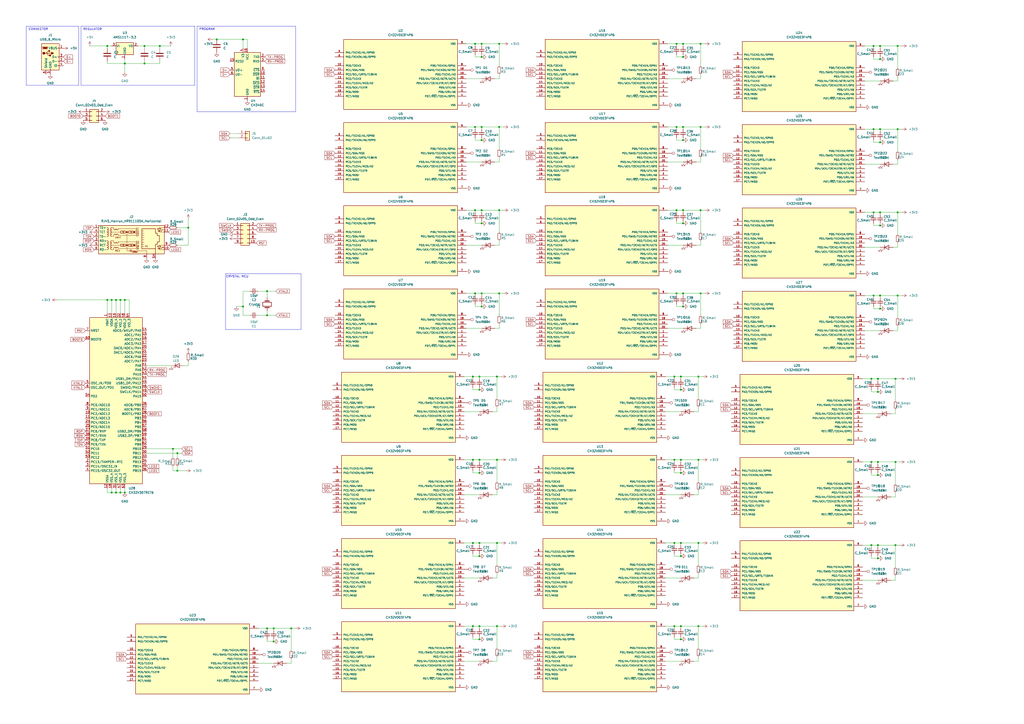
<source format=kicad_sch>
(kicad_sch (version 20250114) (generator "eeschema") (generator_version "9.0")
  (paper "A2")
  (rectangle (start 130.81 158.75) (end 174.625 191.135))
  (text "CONNECTOR" (at 16.51 17.78 0) (effects (font (size 1.27 1.27)) (justify left bottom)))
  (text "PROGRAM" (at 115.57 17.78 0) (effects (font (size 1.27 1.27)) (justify left bottom)))
  (text "REGULATOR" (at 48.26 17.78 0) (effects (font (size 1.27 1.27)) (justify left bottom)))
  (text "CRYSTAL MCU" (at 137.668 160.528 0) (effects (font (size 1.27 1.27))))
  (junction (at 394.97 266.7))
  (junction (at 396.24 177.8))
  (junction (at 67.31 285.75))
  (junction (at 519.43 219.71))
  (junction (at 72.39 173.99))
  (junction (at 510.54 179.07))
  (junction (at 62.23 173.99))
  (junction (at 274.32 266.7))
  (junction (at 100.33 260.35))
  (junction (at 394.97 226.06))
  (junction (at 102.87 262.89))
  (junction (at 278.13 274.32))
  (junction (at 505.46 219.71))
  (junction (at 275.59 25.4))
  (junction (at 505.46 316.23))
  (junction (at 406.4 170.18))
  (junction (at 158.75 364.49))
  (junction (at 391.16 363.22))
  (junction (at 520.7 74.93))
  (junction (at 391.16 266.7))
  (junction (at 394.97 274.32))
  (junction (at 278.13 266.7))
  (junction (at 392.43 170.18))
  (junction (at 406.4 121.92))
  (junction (at 125.73 22.86))
  (junction (at 288.29 314.96))
  (junction (at 64.77 173.99))
  (junction (at 405.13 218.44))
  (junction (at 275.59 170.18))
  (junction (at 154.94 182.88))
  (junction (at 278.13 322.58))
  (junction (at 278.13 370.84))
  (junction (at 405.13 363.22))
  (junction (at 279.4 73.66))
  (junction (at 279.4 170.18))
  (junction (at 406.4 25.4))
  (junction (at 509.27 219.71))
  (junction (at 509.27 323.85))
  (junction (at 278.13 218.44))
  (junction (at 394.97 370.84))
  (junction (at 505.46 267.97))
  (junction (at 62.23 26.67))
  (junction (at 72.39 36.83))
  (junction (at 396.24 25.4))
  (junction (at 72.39 285.75))
  (junction (at 392.43 25.4))
  (junction (at 396.24 33.02))
  (junction (at 510.54 130.81))
  (junction (at 83.82 26.67))
  (junction (at 394.97 363.22))
  (junction (at 520.7 26.67))
  (junction (at 279.4 25.4))
  (junction (at 394.97 322.58))
  (junction (at 396.24 81.28))
  (junction (at 506.73 74.93))
  (junction (at 168.91 364.49))
  (junction (at 510.54 171.45))
  (junction (at 394.97 314.96))
  (junction (at 279.4 129.54))
  (junction (at 405.13 314.96))
  (junction (at 520.7 171.45))
  (junction (at 396.24 121.92))
  (junction (at 274.32 218.44))
  (junction (at 102.87 273.05))
  (junction (at 279.4 177.8))
  (junction (at 391.16 314.96))
  (junction (at 519.43 267.97))
  (junction (at 158.75 372.11))
  (junction (at 278.13 363.22))
  (junction (at 278.13 314.96))
  (junction (at 405.13 266.7))
  (junction (at 288.29 363.22))
  (junction (at 67.31 173.99))
  (junction (at 506.73 123.19))
  (junction (at 394.97 218.44))
  (junction (at 64.77 285.75))
  (junction (at 275.59 73.66))
  (junction (at 510.54 26.67))
  (junction (at 279.4 121.92))
  (junction (at 509.27 267.97))
  (junction (at 506.73 171.45))
  (junction (at 509.27 227.33))
  (junction (at 274.32 314.96))
  (junction (at 289.56 25.4))
  (junction (at 154.94 364.49))
  (junction (at 510.54 123.19))
  (junction (at 289.56 170.18))
  (junction (at 274.32 363.22))
  (junction (at 288.29 218.44))
  (junction (at 289.56 121.92))
  (junction (at 510.54 34.29))
  (junction (at 288.29 266.7))
  (junction (at 279.4 81.28))
  (junction (at 289.56 73.66))
  (junction (at 140.97 22.86))
  (junction (at 519.43 316.23))
  (junction (at 510.54 74.93))
  (junction (at 391.16 218.44))
  (junction (at 69.85 173.99))
  (junction (at 140.97 177.8))
  (junction (at 69.85 285.75))
  (junction (at 396.24 73.66))
  (junction (at 520.7 123.19))
  (junction (at 92.71 26.67))
  (junction (at 392.43 121.92))
  (junction (at 510.54 82.55))
  (junction (at 392.43 73.66))
  (junction (at 279.4 33.02))
  (junction (at 278.13 226.06))
  (junction (at 83.82 36.83))
  (junction (at 396.24 129.54))
  (junction (at 275.59 121.92))
  (junction (at 506.73 26.67))
  (junction (at 109.22 132.08))
  (junction (at 509.27 275.59))
  (junction (at 406.4 73.66))
  (junction (at 154.94 168.91))
  (junction (at 509.27 316.23))
  (junction (at 396.24 170.18))
  (wire (pts (xy 62.23 173.99) (xy 64.77 173.99)))
  (wire (pts (xy 518.16 191.77) (xy 520.7 191.77)))
  (wire (pts (xy 279.4 170.18) (xy 289.56 170.18)))
  (wire (pts (xy 270.51 73.66) (xy 275.59 73.66)))
  (wire (pts (xy 279.4 73.66) (xy 279.4 74.93)))
  (wire (pts (xy 154.94 182.88) (xy 149.86 182.88)))
  (wire (pts (xy 396.24 176.53) (xy 396.24 177.8)))
  (wire (pts (xy 405.13 284.48) (xy 405.13 287.02)))
  (wire (pts (xy 289.56 91.44) (xy 289.56 93.98)))
  (wire (pts (xy 509.27 267.97) (xy 509.27 269.24)))
  (wire (pts (xy 405.13 363.22) (xy 405.13 375.92)))
  (wire (pts (xy 143.51 27.94) (xy 143.51 22.86)))
  (wire (pts (xy 85.09 260.35) (xy 100.33 260.35)))
  (wire (pts (xy 140.97 182.88) (xy 140.97 177.8)))
  (wire (pts (xy 405.13 236.22) (xy 405.13 238.76)))
  (wire (pts (xy 288.29 218.44) (xy 290.83 218.44)))
  (wire (pts (xy 406.4 121.92) (xy 408.94 121.92)))
  (wire (pts (xy 391.16 218.44) (xy 394.97 218.44)))
  (polyline (pts (xy 15.24 15.24) (xy 15.24 49.53)))
  (wire (pts (xy 140.97 27.94) (xy 140.97 22.86)))
  (wire (pts (xy 520.7 74.93) (xy 523.24 74.93)))
  (wire (pts (xy 270.51 190.5) (xy 279.4 190.5)))
  (wire (pts (xy 288.29 266.7) (xy 288.29 279.4)))
  (wire (pts (xy 285.75 383.54) (xy 288.29 383.54)))
  (wire (pts (xy 396.24 80.01) (xy 396.24 81.28)))
  (wire (pts (xy 387.35 45.72) (xy 396.24 45.72)))
  (wire (pts (xy 33.02 173.99) (xy 62.23 173.99)))
  (wire (pts (xy 518.16 95.25) (xy 520.7 95.25)))
  (wire (pts (xy 391.16 226.06) (xy 394.97 226.06)))
  (wire (pts (xy 386.08 335.28) (xy 394.97 335.28)))
  (wire (pts (xy 69.85 173.99) (xy 69.85 181.61)))
  (wire (pts (xy 269.24 266.7) (xy 274.32 266.7)))
  (wire (pts (xy 287.02 142.24) (xy 289.56 142.24)))
  (wire (pts (xy 518.16 143.51) (xy 520.7 143.51)))
  (wire (pts (xy 405.13 218.44) (xy 407.67 218.44)))
  (wire (pts (xy 109.22 132.08) (xy 109.22 142.24)))
  (wire (pts (xy 391.16 321.31) (xy 391.16 322.58)))
  (wire (pts (xy 275.59 121.92) (xy 279.4 121.92)))
  (wire (pts (xy 509.27 219.71) (xy 509.27 220.98)))
  (wire (pts (xy 62.23 36.83) (xy 72.39 36.83)))
  (wire (pts (xy 289.56 121.92) (xy 289.56 134.62)))
  (wire (pts (xy 278.13 224.79) (xy 278.13 226.06)))
  (wire (pts (xy 510.54 74.93) (xy 510.54 76.2)))
  (wire (pts (xy 519.43 334.01) (xy 519.43 336.55)))
  (wire (pts (xy 285.75 238.76) (xy 288.29 238.76)))
  (wire (pts (xy 289.56 25.4) (xy 292.1 25.4)))
  (wire (pts (xy 52.07 26.67) (xy 62.23 26.67)))
  (wire (pts (xy 516.89 240.03) (xy 519.43 240.03)))
  (wire (pts (xy 510.54 81.28) (xy 510.54 82.55)))
  (wire (pts (xy 506.73 26.67) (xy 510.54 26.67)))
  (wire (pts (xy 285.75 287.02) (xy 288.29 287.02)))
  (wire (pts (xy 133.35 80.01) (xy 138.43 80.01)))
  (wire (pts (xy 394.97 218.44) (xy 405.13 218.44)))
  (wire (pts (xy 270.51 170.18) (xy 275.59 170.18)))
  (wire (pts (xy 520.7 140.97) (xy 520.7 143.51)))
  (wire (pts (xy 67.31 173.99) (xy 69.85 173.99)))
  (wire (pts (xy 391.16 314.96) (xy 394.97 314.96)))
  (wire (pts (xy 391.16 363.22) (xy 391.16 364.49)))
  (wire (pts (xy 520.7 44.45) (xy 520.7 46.99)))
  (wire (pts (xy 396.24 25.4) (xy 406.4 25.4)))
  (wire (pts (xy 392.43 33.02) (xy 396.24 33.02)))
  (wire (pts (xy 288.29 314.96) (xy 290.83 314.96)))
  (wire (pts (xy 288.29 284.48) (xy 288.29 287.02)))
  (wire (pts (xy 396.24 170.18) (xy 396.24 171.45)))
  (wire (pts (xy 403.86 45.72) (xy 406.4 45.72)))
  (wire (pts (xy 392.43 128.27) (xy 392.43 129.54)))
  (wire (pts (xy 520.7 74.93) (xy 520.7 87.63)))
  (wire (pts (xy 396.24 73.66) (xy 396.24 74.93)))
  (wire (pts (xy 391.16 369.57) (xy 391.16 370.84)))
  (wire (pts (xy 269.24 287.02) (xy 278.13 287.02)))
  (wire (pts (xy 509.27 226.06) (xy 509.27 227.33)))
  (wire (pts (xy 289.56 73.66) (xy 289.56 86.36)))
  (wire (pts (xy 109.22 209.55) (xy 109.22 212.09)))
  (wire (pts (xy 269.24 218.44) (xy 274.32 218.44)))
  (wire (pts (xy 505.46 267.97) (xy 505.46 269.24)))
  (wire (pts (xy 269.24 238.76) (xy 278.13 238.76)))
  (wire (pts (xy 278.13 266.7) (xy 288.29 266.7)))
  (polyline (pts (xy 171.45 64.77) (xy 171.45 15.24)))
  (wire (pts (xy 402.59 238.76) (xy 405.13 238.76)))
  (wire (pts (xy 391.16 363.22) (xy 394.97 363.22)))
  (wire (pts (xy 519.43 285.75) (xy 519.43 288.29)))
  (wire (pts (xy 72.39 283.21) (xy 72.39 285.75)))
  (wire (pts (xy 289.56 170.18) (xy 292.1 170.18)))
  (wire (pts (xy 406.4 91.44) (xy 406.4 93.98)))
  (wire (pts (xy 392.43 170.18) (xy 392.43 171.45)))
  (wire (pts (xy 386.08 238.76) (xy 394.97 238.76)))
  (wire (pts (xy 391.16 370.84) (xy 394.97 370.84)))
  (wire (pts (xy 105.41 262.89) (xy 102.87 262.89)))
  (wire (pts (xy 278.13 314.96) (xy 288.29 314.96)))
  (wire (pts (xy 516.89 336.55) (xy 519.43 336.55)))
  (wire (pts (xy 64.77 173.99) (xy 64.77 181.61)))
  (wire (pts (xy 102.87 132.08) (xy 109.22 132.08)))
  (wire (pts (xy 501.65 46.99) (xy 510.54 46.99)))
  (wire (pts (xy 510.54 171.45) (xy 510.54 172.72)))
  (wire (pts (xy 289.56 73.66) (xy 292.1 73.66)))
  (wire (pts (xy 278.13 218.44) (xy 278.13 219.71)))
  (polyline (pts (xy 171.45 15.24) (xy 114.3 15.24)))
  (wire (pts (xy 62.23 283.21) (xy 62.23 285.75)))
  (wire (pts (xy 391.16 273.05) (xy 391.16 274.32)))
  (wire (pts (xy 274.32 314.96) (xy 274.32 316.23)))
  (wire (pts (xy 392.43 170.18) (xy 396.24 170.18)))
  (wire (pts (xy 279.4 121.92) (xy 279.4 123.19)))
  (wire (pts (xy 396.24 121.92) (xy 396.24 123.19)))
  (wire (pts (xy 386.08 266.7) (xy 391.16 266.7)))
  (wire (pts (xy 83.82 36.83) (xy 72.39 36.83)))
  (wire (pts (xy 270.51 121.92) (xy 275.59 121.92)))
  (wire (pts (xy 274.32 218.44) (xy 278.13 218.44)))
  (wire (pts (xy 510.54 129.54) (xy 510.54 130.81)))
  (wire (pts (xy 274.32 218.44) (xy 274.32 219.71)))
  (wire (pts (xy 62.23 285.75) (xy 64.77 285.75)))
  (wire (pts (xy 516.89 288.29) (xy 519.43 288.29)))
  (wire (pts (xy 386.08 314.96) (xy 391.16 314.96)))
  (polyline (pts (xy 46.99 15.24) (xy 113.03 15.24)))
  (wire (pts (xy 509.27 316.23) (xy 519.43 316.23)))
  (wire (pts (xy 387.35 170.18) (xy 392.43 170.18)))
  (wire (pts (xy 274.32 266.7) (xy 278.13 266.7)))
  (wire (pts (xy 402.59 335.28) (xy 405.13 335.28)))
  (wire (pts (xy 391.16 266.7) (xy 394.97 266.7)))
  (wire (pts (xy 394.97 363.22) (xy 405.13 363.22)))
  (wire (pts (xy 394.97 266.7) (xy 405.13 266.7)))
  (wire (pts (xy 519.43 237.49) (xy 519.43 240.03)))
  (polyline (pts (xy 46.99 49.53) (xy 46.99 15.24)))
  (wire (pts (xy 500.38 240.03) (xy 509.27 240.03)))
  (wire (pts (xy 396.24 25.4) (xy 396.24 26.67)))
  (wire (pts (xy 505.46 227.33) (xy 509.27 227.33)))
  (wire (pts (xy 72.39 34.29) (xy 72.39 36.83)))
  (wire (pts (xy 274.32 369.57) (xy 274.32 370.84)))
  (wire (pts (xy 158.75 364.49) (xy 168.91 364.49)))
  (wire (pts (xy 387.35 121.92) (xy 392.43 121.92)))
  (wire (pts (xy 500.38 336.55) (xy 509.27 336.55)))
  (wire (pts (xy 80.01 26.67) (xy 83.82 26.67)))
  (wire (pts (xy 396.24 31.75) (xy 396.24 33.02)))
  (wire (pts (xy 144.78 182.88) (xy 140.97 182.88)))
  (wire (pts (xy 406.4 25.4) (xy 406.4 38.1)))
  (wire (pts (xy 275.59 121.92) (xy 275.59 123.19)))
  (wire (pts (xy 289.56 121.92) (xy 292.1 121.92)))
  (wire (pts (xy 406.4 73.66) (xy 406.4 86.36)))
  (wire (pts (xy 510.54 74.93) (xy 520.7 74.93)))
  (wire (pts (xy 403.86 93.98) (xy 406.4 93.98)))
  (wire (pts (xy 158.75 364.49) (xy 158.75 365.76)))
  (wire (pts (xy 520.7 171.45) (xy 523.24 171.45)))
  (wire (pts (xy 278.13 273.05) (xy 278.13 274.32)))
  (wire (pts (xy 510.54 33.02) (xy 510.54 34.29)))
  (wire (pts (xy 270.51 45.72) (xy 279.4 45.72)))
  (wire (pts (xy 406.4 139.7) (xy 406.4 142.24)))
  (wire (pts (xy 275.59 80.01) (xy 275.59 81.28)))
  (wire (pts (xy 274.32 321.31) (xy 274.32 322.58)))
  (wire (pts (xy 392.43 177.8) (xy 396.24 177.8)))
  (wire (pts (xy 392.43 121.92) (xy 396.24 121.92)))
  (wire (pts (xy 275.59 33.02) (xy 279.4 33.02)))
  (wire (pts (xy 149.86 168.91) (xy 154.94 168.91)))
  (polyline (pts (xy 45.72 49.53) (xy 45.72 15.24)))
  (wire (pts (xy 154.94 372.11) (xy 158.75 372.11)))
  (wire (pts (xy 279.4 73.66) (xy 289.56 73.66)))
  (wire (pts (xy 72.39 173.99) (xy 74.93 173.99)))
  (wire (pts (xy 392.43 129.54) (xy 396.24 129.54)))
  (wire (pts (xy 288.29 314.96) (xy 288.29 327.66)))
  (wire (pts (xy 278.13 314.96) (xy 278.13 316.23)))
  (wire (pts (xy 509.27 322.58) (xy 509.27 323.85)))
  (wire (pts (xy 406.4 170.18) (xy 408.94 170.18)))
  (wire (pts (xy 275.59 73.66) (xy 275.59 74.93)))
  (wire (pts (xy 387.35 73.66) (xy 392.43 73.66)))
  (wire (pts (xy 506.73 123.19) (xy 506.73 124.46)))
  (wire (pts (xy 392.43 73.66) (xy 396.24 73.66)))
  (wire (pts (xy 102.87 273.05) (xy 102.87 270.51)))
  (wire (pts (xy 274.32 274.32) (xy 278.13 274.32)))
  (wire (pts (xy 289.56 187.96) (xy 289.56 190.5)))
  (wire (pts (xy 278.13 363.22) (xy 278.13 364.49)))
  (wire (pts (xy 64.77 173.99) (xy 67.31 173.99)))
  (wire (pts (xy 158.75 370.84) (xy 158.75 372.11)))
  (wire (pts (xy 405.13 266.7) (xy 407.67 266.7)))
  (wire (pts (xy 506.73 177.8) (xy 506.73 179.07)))
  (wire (pts (xy 391.16 266.7) (xy 391.16 267.97)))
  (wire (pts (xy 287.02 45.72) (xy 289.56 45.72)))
  (wire (pts (xy 275.59 25.4) (xy 279.4 25.4)))
  (wire (pts (xy 520.7 26.67) (xy 523.24 26.67)))
  (wire (pts (xy 285.75 335.28) (xy 288.29 335.28)))
  (wire (pts (xy 288.29 381) (xy 288.29 383.54)))
  (wire (pts (xy 386.08 383.54) (xy 394.97 383.54)))
  (wire (pts (xy 274.32 266.7) (xy 274.32 267.97)))
  (wire (pts (xy 406.4 121.92) (xy 406.4 134.62)))
  (polyline (pts (xy 114.3 64.77) (xy 171.45 64.77)))
  (wire (pts (xy 505.46 322.58) (xy 505.46 323.85)))
  (wire (pts (xy 275.59 73.66) (xy 279.4 73.66)))
  (wire (pts (xy 387.35 25.4) (xy 392.43 25.4)))
  (wire (pts (xy 406.4 73.66) (xy 408.94 73.66)))
  (wire (pts (xy 279.4 80.01) (xy 279.4 81.28)))
  (wire (pts (xy 505.46 316.23) (xy 509.27 316.23)))
  (wire (pts (xy 392.43 80.01) (xy 392.43 81.28)))
  (wire (pts (xy 505.46 275.59) (xy 509.27 275.59)))
  (wire (pts (xy 387.35 190.5) (xy 396.24 190.5)))
  (wire (pts (xy 160.02 182.88) (xy 154.94 182.88)))
  (wire (pts (xy 505.46 316.23) (xy 505.46 317.5)))
  (wire (pts (xy 279.4 121.92) (xy 289.56 121.92)))
  (wire (pts (xy 154.94 168.91) (xy 154.94 172.72)))
  (wire (pts (xy 288.29 363.22) (xy 290.83 363.22)))
  (wire (pts (xy 506.73 81.28) (xy 506.73 82.55)))
  (wire (pts (xy 391.16 224.79) (xy 391.16 226.06)))
  (wire (pts (xy 405.13 363.22) (xy 407.67 363.22)))
  (wire (pts (xy 269.24 335.28) (xy 278.13 335.28)))
  (wire (pts (xy 520.7 123.19) (xy 520.7 135.89)))
  (wire (pts (xy 506.73 130.81) (xy 510.54 130.81)))
  (wire (pts (xy 275.59 177.8) (xy 279.4 177.8)))
  (wire (pts (xy 405.13 381) (xy 405.13 383.54)))
  (wire (pts (xy 154.94 180.34) (xy 154.94 182.88)))
  (wire (pts (xy 406.4 43.18) (xy 406.4 45.72)))
  (wire (pts (xy 62.23 26.67) (xy 62.23 27.94)))
  (wire (pts (xy 392.43 81.28) (xy 396.24 81.28)))
  (wire (pts (xy 274.32 363.22) (xy 274.32 364.49)))
  (wire (pts (xy 519.43 267.97) (xy 519.43 280.67)))
  (wire (pts (xy 510.54 123.19) (xy 520.7 123.19)))
  (wire (pts (xy 518.16 46.99) (xy 520.7 46.99)))
  (wire (pts (xy 405.13 332.74) (xy 405.13 335.28)))
  (wire (pts (xy 72.39 173.99) (xy 72.39 181.61)))
  (wire (pts (xy 501.65 95.25) (xy 510.54 95.25)))
  (wire (pts (xy 64.77 283.21) (xy 64.77 285.75)))
  (wire (pts (xy 505.46 323.85) (xy 509.27 323.85)))
  (wire (pts (xy 392.43 25.4) (xy 396.24 25.4)))
  (wire (pts (xy 505.46 267.97) (xy 509.27 267.97)))
  (wire (pts (xy 506.73 82.55) (xy 510.54 82.55)))
  (wire (pts (xy 510.54 123.19) (xy 510.54 124.46)))
  (wire (pts (xy 269.24 383.54) (xy 278.13 383.54)))
  (wire (pts (xy 392.43 31.75) (xy 392.43 33.02)))
  (wire (pts (xy 387.35 142.24) (xy 396.24 142.24)))
  (wire (pts (xy 279.4 31.75) (xy 279.4 33.02)))
  (wire (pts (xy 394.97 273.05) (xy 394.97 274.32)))
  (wire (pts (xy 519.43 267.97) (xy 521.97 267.97)))
  (wire (pts (xy 287.02 190.5) (xy 289.56 190.5)))
  (wire (pts (xy 154.94 364.49) (xy 154.94 365.76)))
  (wire (pts (xy 270.51 142.24) (xy 279.4 142.24)))
  (wire (pts (xy 392.43 73.66) (xy 392.43 74.93)))
  (wire (pts (xy 106.68 212.09) (xy 109.22 212.09)))
  (wire (pts (xy 92.71 35.56) (xy 92.71 36.83)))
  (wire (pts (xy 85.09 212.09) (xy 99.06 212.09)))
  (wire (pts (xy 168.91 382.27) (xy 168.91 384.81)))
  (wire (pts (xy 506.73 34.29) (xy 510.54 34.29)))
  (wire (pts (xy 140.97 177.8) (xy 137.16 177.8)))
  (wire (pts (xy 279.4 128.27) (xy 279.4 129.54)))
  (wire (pts (xy 394.97 224.79) (xy 394.97 226.06)))
  (wire (pts (xy 274.32 363.22) (xy 278.13 363.22)))
  (wire (pts (xy 396.24 73.66) (xy 406.4 73.66)))
  (wire (pts (xy 287.02 93.98) (xy 289.56 93.98)))
  (wire (pts (xy 83.82 27.94) (xy 83.82 26.67)))
  (wire (pts (xy 62.23 26.67) (xy 64.77 26.67)))
  (wire (pts (xy 288.29 266.7) (xy 290.83 266.7)))
  (wire (pts (xy 402.59 287.02) (xy 405.13 287.02)))
  (wire (pts (xy 505.46 219.71) (xy 505.46 220.98)))
  (wire (pts (xy 269.24 363.22) (xy 274.32 363.22)))
  (wire (pts (xy 140.97 168.91) (xy 144.78 168.91)))
  (wire (pts (xy 69.85 283.21) (xy 69.85 285.75)))
  (wire (pts (xy 279.4 25.4) (xy 279.4 26.67)))
  (wire (pts (xy 506.73 74.93) (xy 510.54 74.93)))
  (wire (pts (xy 168.91 364.49) (xy 168.91 377.19)))
  (wire (pts (xy 275.59 81.28) (xy 279.4 81.28)))
  (wire (pts (xy 275.59 129.54) (xy 279.4 129.54)))
  (wire (pts (xy 520.7 189.23) (xy 520.7 191.77)))
  (wire (pts (xy 386.08 287.02) (xy 394.97 287.02)))
  (wire (pts (xy 289.56 139.7) (xy 289.56 142.24)))
  (wire (pts (xy 125.73 22.86) (xy 140.97 22.86)))
  (wire (pts (xy 154.94 370.84) (xy 154.94 372.11)))
  (wire (pts (xy 405.13 266.7) (xy 405.13 279.4)))
  (polyline (pts (xy 45.72 15.24) (xy 15.24 15.24)))
  (wire (pts (xy 102.87 265.43) (xy 102.87 262.89)))
  (wire (pts (xy 509.27 274.32) (xy 509.27 275.59)))
  (wire (pts (xy 506.73 129.54) (xy 506.73 130.81)))
  (wire (pts (xy 510.54 26.67) (xy 520.7 26.67)))
  (wire (pts (xy 396.24 121.92) (xy 406.4 121.92)))
  (wire (pts (xy 506.73 123.19) (xy 510.54 123.19)))
  (wire (pts (xy 67.31 283.21) (xy 67.31 285.75)))
  (wire (pts (xy 83.82 26.67) (xy 92.71 26.67)))
  (wire (pts (xy 392.43 176.53) (xy 392.43 177.8)))
  (wire (pts (xy 288.29 363.22) (xy 288.29 375.92)))
  (wire (pts (xy 105.41 260.35) (xy 100.33 260.35)))
  (wire (pts (xy 288.29 236.22) (xy 288.29 238.76)))
  (wire (pts (xy 506.73 171.45) (xy 510.54 171.45)))
  (polyline (pts (xy 113.03 15.24) (xy 113.03 49.53)))
  (wire (pts (xy 386.08 218.44) (xy 391.16 218.44)))
  (wire (pts (xy 69.85 173.99) (xy 72.39 173.99)))
  (wire (pts (xy 274.32 224.79) (xy 274.32 226.06)))
  (wire (pts (xy 509.27 316.23) (xy 509.27 317.5)))
  (polyline (pts (xy 114.3 15.24) (xy 114.3 64.77)))
  (wire (pts (xy 506.73 33.02) (xy 506.73 34.29)))
  (wire (pts (xy 500.38 316.23) (xy 505.46 316.23)))
  (wire (pts (xy 168.91 364.49) (xy 171.45 364.49)))
  (wire (pts (xy 387.35 93.98) (xy 396.24 93.98)))
  (wire (pts (xy 289.56 25.4) (xy 289.56 38.1)))
  (wire (pts (xy 520.7 123.19) (xy 523.24 123.19)))
  (wire (pts (xy 275.59 31.75) (xy 275.59 33.02)))
  (wire (pts (xy 501.65 143.51) (xy 510.54 143.51)))
  (polyline (pts (xy 113.03 49.53) (xy 46.99 49.53)))
  (wire (pts (xy 275.59 170.18) (xy 279.4 170.18)))
  (wire (pts (xy 67.31 173.99) (xy 67.31 181.61)))
  (wire (pts (xy 392.43 121.92) (xy 392.43 123.19)))
  (wire (pts (xy 275.59 176.53) (xy 275.59 177.8)))
  (wire (pts (xy 501.65 171.45) (xy 506.73 171.45)))
  (wire (pts (xy 391.16 314.96) (xy 391.16 316.23)))
  (wire (pts (xy 505.46 219.71) (xy 509.27 219.71)))
  (wire (pts (xy 279.4 176.53) (xy 279.4 177.8)))
  (wire (pts (xy 270.51 93.98) (xy 279.4 93.98)))
  (wire (pts (xy 92.71 27.94) (xy 92.71 26.67)))
  (wire (pts (xy 278.13 369.57) (xy 278.13 370.84)))
  (wire (pts (xy 386.08 363.22) (xy 391.16 363.22)))
  (wire (pts (xy 69.85 285.75) (xy 72.39 285.75)))
  (wire (pts (xy 279.4 25.4) (xy 289.56 25.4)))
  (wire (pts (xy 391.16 274.32) (xy 394.97 274.32)))
  (wire (pts (xy 394.97 266.7) (xy 394.97 267.97)))
  (wire (pts (xy 289.56 170.18) (xy 289.56 182.88)))
  (wire (pts (xy 67.31 285.75) (xy 69.85 285.75)))
  (wire (pts (xy 274.32 273.05) (xy 274.32 274.32)))
  (wire (pts (xy 405.13 314.96) (xy 405.13 327.66)))
  (wire (pts (xy 394.97 363.22) (xy 394.97 364.49)))
  (wire (pts (xy 83.82 35.56) (xy 83.82 36.83)))
  (wire (pts (xy 396.24 128.27) (xy 396.24 129.54)))
  (wire (pts (xy 406.4 25.4) (xy 408.94 25.4)))
  (wire (pts (xy 109.22 127) (xy 109.22 132.08)))
  (wire (pts (xy 140.97 168.91) (xy 140.97 177.8)))
  (wire (pts (xy 166.37 384.81) (xy 168.91 384.81)))
  (wire (pts (xy 278.13 321.31) (xy 278.13 322.58)))
  (wire (pts (xy 500.38 219.71) (xy 505.46 219.71)))
  (wire (pts (xy 501.65 123.19) (xy 506.73 123.19)))
  (wire (pts (xy 520.7 92.71) (xy 520.7 95.25)))
  (wire (pts (xy 406.4 187.96) (xy 406.4 190.5)))
  (wire (pts (xy 288.29 332.74) (xy 288.29 335.28)))
  (wire (pts (xy 391.16 322.58) (xy 394.97 322.58)))
  (wire (pts (xy 394.97 314.96) (xy 405.13 314.96)))
  (wire (pts (xy 123.19 22.86) (xy 125.73 22.86)))
  (wire (pts (xy 394.97 369.57) (xy 394.97 370.84)))
  (wire (pts (xy 505.46 274.32) (xy 505.46 275.59)))
  (wire (pts (xy 394.97 218.44) (xy 394.97 219.71)))
  (wire (pts (xy 501.65 191.77) (xy 510.54 191.77)))
  (wire (pts (xy 519.43 316.23) (xy 521.97 316.23)))
  (wire (pts (xy 133.35 77.47) (xy 138.43 77.47)))
  (wire (pts (xy 396.24 170.18) (xy 406.4 170.18)))
  (wire (pts (xy 278.13 218.44) (xy 288.29 218.44)))
  (wire (pts (xy 510.54 177.8) (xy 510.54 179.07)))
  (wire (pts (xy 500.38 288.29) (xy 509.27 288.29)))
  (wire (pts (xy 107.95 273.05) (xy 102.87 273.05)))
  (wire (pts (xy 520.7 26.67) (xy 520.7 39.37)))
  (wire (pts (xy 160.02 168.91) (xy 154.94 168.91)))
  (wire (pts (xy 270.51 25.4) (xy 275.59 25.4)))
  (wire (pts (xy 92.71 26.67) (xy 99.06 26.67)))
  (wire (pts (xy 405.13 314.96) (xy 407.67 314.96)))
  (wire (pts (xy 289.56 43.18) (xy 289.56 45.72)))
  (wire (pts (xy 403.86 190.5) (xy 406.4 190.5)))
  (wire (pts (xy 519.43 219.71) (xy 519.43 232.41)))
  (wire (pts (xy 275.59 25.4) (xy 275.59 26.67)))
  (wire (pts (xy 85.09 262.89) (xy 102.87 262.89)))
  (wire (pts (xy 102.87 142.24) (xy 109.22 142.24)))
  (wire (pts (xy 501.65 26.67) (xy 506.73 26.67)))
  (wire (pts (xy 520.7 171.45) (xy 520.7 184.15)))
  (wire (pts (xy 74.93 173.99) (xy 74.93 181.61)))
  (wire (pts (xy 92.71 36.83) (xy 83.82 36.83)))
  (wire (pts (xy 275.59 128.27) (xy 275.59 129.54)))
  (wire (pts (xy 275.59 170.18) (xy 275.59 171.45)))
  (wire (pts (xy 279.4 170.18) (xy 279.4 171.45)))
  (wire (pts (xy 509.27 219.71) (xy 519.43 219.71)))
  (wire (pts (xy 394.97 321.31) (xy 394.97 322.58)))
  (wire (pts (xy 509.27 267.97) (xy 519.43 267.97)))
  (wire (pts (xy 519.43 219.71) (xy 521.97 219.71)))
  (wire (pts (xy 149.86 384.81) (xy 158.75 384.81)))
  (wire (pts (xy 278.13 266.7) (xy 278.13 267.97)))
  (wire (pts (xy 506.73 179.07) (xy 510.54 179.07)))
  (wire (pts (xy 506.73 26.67) (xy 506.73 27.94)))
  (wire (pts (xy 278.13 363.22) (xy 288.29 363.22)))
  (wire (pts (xy 274.32 314.96) (xy 278.13 314.96)))
  (wire (pts (xy 392.43 25.4) (xy 392.43 26.67)))
  (wire (pts (xy 72.39 36.83) (xy 72.39 41.91)))
  (wire (pts (xy 519.43 316.23) (xy 519.43 328.93)))
  (wire (pts (xy 274.32 322.58) (xy 278.13 322.58)))
  (polyline (pts (xy 15.24 49.53) (xy 45.72 49.53)))
  (wire (pts (xy 501.65 74.93) (xy 506.73 74.93)))
  (wire (pts (xy 510.54 171.45) (xy 520.7 171.45)))
  (wire (pts (xy 510.54 26.67) (xy 510.54 27.94)))
  (wire (pts (xy 100.33 273.05) (xy 100.33 270.51)))
  (wire (pts (xy 102.87 273.05) (xy 100.33 273.05)))
  (wire (pts (xy 62.23 35.56) (xy 62.23 36.83)))
  (wire (pts (xy 288.29 218.44) (xy 288.29 231.14)))
  (wire (pts (xy 406.4 170.18) (xy 406.4 182.88)))
  (wire (pts (xy 500.38 267.97) (xy 505.46 267.97)))
  (wire (pts (xy 403.86 142.24) (xy 406.4 142.24)))
  (wire (pts (xy 143.51 22.86) (xy 140.97 22.86)))
  (wire (pts (xy 62.23 173.99) (xy 62.23 181.61)))
  (wire (pts (xy 394.97 314.96) (xy 394.97 316.23)))
  (wire (pts (xy 506.73 74.93) (xy 506.73 76.2)))
  (wire (pts (xy 154.94 364.49) (xy 158.75 364.49)))
  (wire (pts (xy 405.13 218.44) (xy 405.13 231.14)))
  (wire (pts (xy 506.73 171.45) (xy 506.73 172.72)))
  (wire (pts (xy 274.32 370.84) (xy 278.13 370.84)))
  (wire (pts (xy 274.32 226.06) (xy 278.13 226.06)))
  (wire (pts (xy 269.24 314.96) (xy 274.32 314.96)))
  (wire (pts (xy 505.46 226.06) (xy 505.46 227.33)))
  (wire (pts (xy 100.33 265.43) (xy 100.33 260.35)))
  (wire (pts (xy 402.59 383.54) (xy 405.13 383.54)))
  (wire (pts (xy 64.77 285.75) (xy 67.31 285.75)))
  (wire (pts (xy 391.16 218.44) (xy 391.16 219.71)))
  (wire (pts (xy 149.86 364.49) (xy 154.94 364.49)))
  (global_label "TX-PROG" (shape input) (at 153.67 33.02 0) (property "Intersheetrefs" "${INTERSHEET_REFS}" (effects (hide yes))))
  (global_label "RX-PROG" (shape input) (at 85.09 214.63 0) (property "Intersheetrefs" "${INTERSHEET_REFS}" (effects (hide yes))))
  (global_label "SDA" (shape input) (at 194.31 88.9 180) (property "Intersheetrefs" "${INTERSHEET_REFS}" (effects (hide yes))))
  (global_label "SDA" (shape input) (at 194.31 40.64 180) (property "Intersheetrefs" "${INTERSHEET_REFS}" (effects (hide yes))))
  (global_label "LED1" (shape input) (at 85.09 273.05 0) (property "Intersheetrefs" "${INTERSHEET_REFS}" (effects (hide yes))))
  (global_label "SDA" (shape input) (at 194.31 137.16 180) (property "Intersheetrefs" "${INTERSHEET_REFS}" (effects (hide yes))))
  (global_label "SDA" (shape input) (at 193.04 378.46 180) (property "Intersheetrefs" "${INTERSHEET_REFS}" (effects (hide yes))))
  (global_label "TX-PROG" (shape input) (at 85.09 217.17 0) (property "Intersheetrefs" "${INTERSHEET_REFS}" (effects (hide yes))))
  (global_label "SDA" (shape input) (at 309.88 330.2 180) (property "Intersheetrefs" "${INTERSHEET_REFS}" (effects (hide yes))))
  (global_label "SCL" (shape input) (at 193.04 332.74 180) (property "Intersheetrefs" "${INTERSHEET_REFS}" (effects (hide yes))))
  (global_label "SDA" (shape input) (at 133.35 77.47 180) (property "Intersheetrefs" "${INTERSHEET_REFS}" (effects (hide yes))))
  (global_label "D-" (shape input) (at 133.35 43.18 180) (property "Intersheetrefs" "${INTERSHEET_REFS}" (effects (hide yes))))
  (global_label "SWDIO" (shape input) (at 135.89 133.35 180) (property "Intersheetrefs" "${INTERSHEET_REFS}" (effects (hide yes))))
  (global_label "BOOT1" (shape input) (at 60.96 67.31 0) (property "Intersheetrefs" "${INTERSHEET_REFS}" (effects (hide yes))))
  (global_label "SDA" (shape input) (at 193.04 233.68 180) (property "Intersheetrefs" "${INTERSHEET_REFS}" (effects (hide yes))))
  (global_label "SDA" (shape input) (at 424.18 234.95 180) (property "Intersheetrefs" "${INTERSHEET_REFS}" (effects (hide yes))))
  (global_label "SCL" (shape input) (at 309.88 236.22 180) (property "Intersheetrefs" "${INTERSHEET_REFS}" (effects (hide yes))))
  (global_label "SCL" (shape input) (at 311.15 187.96 180) (property "Intersheetrefs" "${INTERSHEET_REFS}" (effects (hide yes))))
  (global_label "SCL" (shape input) (at 105.41 260.35 0) (property "Intersheetrefs" "${INTERSHEET_REFS}" (effects (hide yes))))
  (global_label "SCL" (shape input) (at 311.15 91.44 180) (property "Intersheetrefs" "${INTERSHEET_REFS}" (effects (hide yes))))
  (global_label "SDA" (shape input) (at 105.41 262.89 0) (property "Intersheetrefs" "${INTERSHEET_REFS}" (effects (hide yes))))
  (global_label "SCL" (shape input) (at 73.66 382.27 180) (property "Intersheetrefs" "${INTERSHEET_REFS}" (effects (hide yes))))
  (global_label "XTAL1" (shape input) (at 49.53 224.79 180) (property "Intersheetrefs" "${INTERSHEET_REFS}" (effects (hide yes))))
  (global_label "D+" (shape input) (at 36.83 33.02 0) (property "Intersheetrefs" "${INTERSHEET_REFS}" (effects (hide yes))))
  (global_label "SCL" (shape input) (at 193.04 236.22 180) (property "Intersheetrefs" "${INTERSHEET_REFS}" (effects (hide yes))))
  (global_label "RX-PROG" (shape input) (at 153.67 35.56 0) (property "Intersheetrefs" "${INTERSHEET_REFS}" (effects (hide yes))))
  (global_label "SCL" (shape input) (at 194.31 187.96 180) (property "Intersheetrefs" "${INTERSHEET_REFS}" (effects (hide yes))))
  (global_label "D+" (shape input) (at 133.35 40.64 180) (property "Intersheetrefs" "${INTERSHEET_REFS}" (effects (hide yes))))
  (global_label "SCL" (shape input) (at 424.18 237.49 180) (property "Intersheetrefs" "${INTERSHEET_REFS}" (effects (hide yes))))
  (global_label "SDA" (shape input) (at 311.15 185.42 180) (property "Intersheetrefs" "${INTERSHEET_REFS}" (effects (hide yes))))
  (global_label "SCL" (shape input) (at 311.15 139.7 180) (property "Intersheetrefs" "${INTERSHEET_REFS}" (effects (hide yes))))
  (global_label "RST" (shape input) (at 49.53 191.77 180) (property "Intersheetrefs" "${INTERSHEET_REFS}" (effects (hide yes))))
  (global_label "LED2" (shape input) (at 97.79 144.78 0) (property "Intersheetrefs" "${INTERSHEET_REFS}" (effects (hide yes))))
  (global_label "SCL" (shape input) (at 133.35 80.01 180) (property "Intersheetrefs" "${INTERSHEET_REFS}" (effects (hide yes))))
  (global_label "D-" (shape input) (at 36.83 35.56 0) (property "Intersheetrefs" "${INTERSHEET_REFS}" (effects (hide yes))))
  (global_label "RDP" (shape input) (at 54.61 139.7 180) (property "Intersheetrefs" "${INTERSHEET_REFS}" (effects (hide yes))))
  (global_label "SDA" (shape input) (at 425.45 41.91 180) (property "Intersheetrefs" "${INTERSHEET_REFS}" (effects (hide yes))))
  (global_label "SDA" (shape input) (at 425.45 90.17 180) (property "Intersheetrefs" "${INTERSHEET_REFS}" (effects (hide yes))))
  (global_label "BOOT1" (shape input) (at 85.09 240.03 0) (property "Intersheetrefs" "${INTERSHEET_REFS}" (effects (hide yes))))
  (global_label "SDA" (shape input) (at 193.04 281.94 180) (property "Intersheetrefs" "${INTERSHEET_REFS}" (effects (hide yes))))
  (global_label "SDA" (shape input) (at 194.31 185.42 180) (property "Intersheetrefs" "${INTERSHEET_REFS}" (effects (hide yes))))
  (global_label "SDA" (shape input) (at 424.18 331.47 180) (property "Intersheetrefs" "${INTERSHEET_REFS}" (effects (hide yes))))
  (global_label "TDP" (shape input) (at 49.53 255.27 180) (property "Intersheetrefs" "${INTERSHEET_REFS}" (effects (hide yes))))
  (global_label "RDP" (shape input) (at 49.53 250.19 180) (property "Intersheetrefs" "${INTERSHEET_REFS}" (effects (hide yes))))
  (global_label "SWDIO" (shape input) (at 85.09 224.79 0) (property "Intersheetrefs" "${INTERSHEET_REFS}" (effects (hide yes))))
  (global_label "SCL" (shape input) (at 424.18 334.01 180) (property "Intersheetrefs" "${INTERSHEET_REFS}" (effects (hide yes))))
  (global_label "SDA" (shape input) (at 309.88 378.46 180) (property "Intersheetrefs" "${INTERSHEET_REFS}" (effects (hide yes))))
  (global_label "RDN" (shape input) (at 49.53 252.73 180) (property "Intersheetrefs" "${INTERSHEET_REFS}" (effects (hide yes))))
  (global_label "BOOT0" (shape input) (at 48.26 67.31 180) (property "Intersheetrefs" "${INTERSHEET_REFS}" (effects (hide yes))))
  (global_label "SCL" (shape input) (at 193.04 381 180) (property "Intersheetrefs" "${INTERSHEET_REFS}" (effects (hide yes))))
  (global_label "SDA" (shape input) (at 193.04 330.2 180) (property "Intersheetrefs" "${INTERSHEET_REFS}" (effects (hide yes))))
  (global_label "SDA" (shape input) (at 425.45 138.43 180) (property "Intersheetrefs" "${INTERSHEET_REFS}" (effects (hide yes))))
  (global_label "SDA" (shape input) (at 311.15 88.9 180) (property "Intersheetrefs" "${INTERSHEET_REFS}" (effects (hide yes))))
  (global_label "SCL" (shape input) (at 424.18 285.75 180) (property "Intersheetrefs" "${INTERSHEET_REFS}" (effects (hide yes))))
  (global_label "XTAL1" (shape input) (at 160.02 182.88 0) (property "Intersheetrefs" "${INTERSHEET_REFS}" (effects (hide yes))))
  (global_label "SCL" (shape input) (at 194.31 139.7 180) (property "Intersheetrefs" "${INTERSHEET_REFS}" (effects (hide yes))))
  (global_label "BOOT0" (shape input) (at 49.53 196.85 180) (property "Intersheetrefs" "${INTERSHEET_REFS}" (effects (hide yes))))
  (global_label "SCL" (shape input) (at 193.04 284.48 180) (property "Intersheetrefs" "${INTERSHEET_REFS}" (effects (hide yes))))
  (global_label "SCL" (shape input) (at 309.88 332.74 180) (property "Intersheetrefs" "${INTERSHEET_REFS}" (effects (hide yes))))
  (global_label "SDA" (shape input) (at 309.88 233.68 180) (property "Intersheetrefs" "${INTERSHEET_REFS}" (effects (hide yes))))
  (global_label "SDA" (shape input) (at 425.45 186.69 180) (property "Intersheetrefs" "${INTERSHEET_REFS}" (effects (hide yes))))
  (global_label "RX-PROG" (shape input) (at 148.59 133.35 0) (property "Intersheetrefs" "${INTERSHEET_REFS}" (effects (hide yes))))
  (global_label "TDN" (shape input) (at 54.61 137.16 180) (property "Intersheetrefs" "${INTERSHEET_REFS}" (effects (hide yes))))
  (global_label "SDA" (shape input) (at 311.15 40.64 180) (property "Intersheetrefs" "${INTERSHEET_REFS}" (effects (hide yes))))
  (global_label "SCL" (shape input) (at 425.45 140.97 180) (property "Intersheetrefs" "${INTERSHEET_REFS}" (effects (hide yes))))
  (global_label "TX-PROG" (shape input) (at 148.59 130.81 0) (property "Intersheetrefs" "${INTERSHEET_REFS}" (effects (hide yes))))
  (global_label "SDA" (shape input) (at 309.88 281.94 180) (property "Intersheetrefs" "${INTERSHEET_REFS}" (effects (hide yes))))
  (global_label "SCL" (shape input) (at 194.31 91.44 180) (property "Intersheetrefs" "${INTERSHEET_REFS}" (effects (hide yes))))
  (global_label "SWCLK" (shape input) (at 85.09 227.33 0) (property "Intersheetrefs" "${INTERSHEET_REFS}" (effects (hide yes))))
  (global_label "LED1" (shape input) (at 97.79 134.62 0) (property "Intersheetrefs" "${INTERSHEET_REFS}" (effects (hide yes))))
  (global_label "SDA" (shape input) (at 311.15 137.16 180) (property "Intersheetrefs" "${INTERSHEET_REFS}" (effects (hide yes))))
  (global_label "SWCLK" (shape input) (at 135.89 130.81 180) (property "Intersheetrefs" "${INTERSHEET_REFS}" (effects (hide yes))))
  (global_label "SDA" (shape input) (at 73.66 379.73 180) (property "Intersheetrefs" "${INTERSHEET_REFS}" (effects (hide yes))))
  (global_label "RDN" (shape input) (at 54.61 144.78 180) (property "Intersheetrefs" "${INTERSHEET_REFS}" (effects (hide yes))))
  (global_label "SCL" (shape input) (at 425.45 189.23 180) (property "Intersheetrefs" "${INTERSHEET_REFS}" (effects (hide yes))))
  (global_label "SCL" (shape input) (at 309.88 284.48 180) (property "Intersheetrefs" "${INTERSHEET_REFS}" (effects (hide yes))))
  (global_label "SDA" (shape input) (at 424.18 283.21 180) (property "Intersheetrefs" "${INTERSHEET_REFS}" (effects (hide yes))))
  (global_label "XTAL2" (shape input) (at 160.02 168.91 0) (property "Intersheetrefs" "${INTERSHEET_REFS}" (effects (hide yes))))
  (global_label "LED2" (shape input) (at 85.09 270.51 0) (property "Intersheetrefs" "${INTERSHEET_REFS}" (effects (hide yes))))
  (global_label "TDP" (shape input) (at 54.61 132.08 180) (property "Intersheetrefs" "${INTERSHEET_REFS}" (effects (hide yes))))
  (global_label "SCL" (shape input) (at 194.31 43.18 180) (property "Intersheetrefs" "${INTERSHEET_REFS}" (effects (hide yes))))
  (global_label "XTAL2" (shape input) (at 49.53 222.25 180) (property "Intersheetrefs" "${INTERSHEET_REFS}" (effects (hide yes))))
  (global_label "SCL" (shape input) (at 425.45 92.71 180) (property "Intersheetrefs" "${INTERSHEET_REFS}" (effects (hide yes))))
  (global_label "TDN" (shape input) (at 49.53 257.81 180) (property "Intersheetrefs" "${INTERSHEET_REFS}" (effects (hide yes))))
  (global_label "SCL" (shape input) (at 311.15 43.18 180) (property "Intersheetrefs" "${INTERSHEET_REFS}" (effects (hide yes))))
  (global_label "SCL" (shape input) (at 309.88 381 180) (property "Intersheetrefs" "${INTERSHEET_REFS}" (effects (hide yes))))
  (global_label "SCL" (shape input) (at 425.45 44.45 180) (property "Intersheetrefs" "${INTERSHEET_REFS}" (effects (hide yes))))
  (global_label "RST" (shape input) (at 148.59 140.97 0) (property "Intersheetrefs" "${INTERSHEET_REFS}" (effects (hide yes))))
  (symbol (lib_id "Device:R_Small") (at 100.33 267.97 180) (unit 1)
    (property "Reference" "R32" (at 99.568 268.986 0) (effects (justify left)))
    (property "Value" "R_Small" (at 99.568 267.462 0) (effects (justify left)))
    (property "Footprint" "Resistor_SMD:R_0603_1608Metric" (effects (hide yes)))
    (property "Description" "Resistor, small symbol" (effects (hide yes)))
  )
  (symbol (lib_id "power:+3V3") (at 521.97 316.23 270) (unit 1)
    (property "Reference" "#PWR079" (effects (hide yes)))
    (property "Value" "+3V3" (at 525.78 316.2299 90) (effects (justify left)))
    (property "Description" "Power symbol creates a global label with name \"+3V3\"" (effects (hide yes)))
  )
  (symbol (lib_id "Device:C_Small") (at 274.32 222.25 0) (unit 1)
    (property "Reference" "C15" (at 270.256 220.726 0) (effects (justify left)))
    (property "Value" "C_Small" (at 264.668 223.012 0) (effects (justify left)))
    (property "Footprint" "Capacitor_SMD:C_0603_1608Metric" (effects (hide yes)))
    (property "Description" "Unpolarized capacitor, small symbol" (effects (hide yes)))
  )
  (symbol (lib_id "Device:R_Small") (at 406.4 185.42 180) (unit 1)
    (property "Reference" "R18" (at 410.21 186.436 0) (effects (justify left)))
    (property "Value" "R_Small" (at 415.29 184.404 0) (effects (justify left)))
    (property "Footprint" "Resistor_SMD:R_0603_1608Metric" (effects (hide yes)))
    (property "Description" "Resistor, small symbol" (effects (hide yes)))
  )
  (symbol (lib_id "Device:R_Small") (at 288.29 330.2 180) (unit 1)
    (property "Reference" "R9" (at 292.1 331.216 0) (effects (justify left)))
    (property "Value" "R_Small" (at 297.18 329.184 0) (effects (justify left)))
    (property "Footprint" "Resistor_SMD:R_0603_1608Metric" (effects (hide yes)))
    (property "Description" "Resistor, small symbol" (effects (hide yes)))
  )
  (symbol (lib_id "power:GND") (at 29.21 43.18 0) (unit 1)
    (property "Reference" "#PWR05" (effects (hide yes)))
    (property "Value" "GND" (at 29.21 48.26 0))
  )
  (symbol (lib_id "Device:R_Small") (at 288.29 378.46 180) (unit 1)
    (property "Reference" "R10" (at 292.1 379.476 0) (effects (justify left)))
    (property "Value" "R_Small" (at 297.18 377.444 0) (effects (justify left)))
    (property "Footprint" "Resistor_SMD:R_0603_1608Metric" (effects (hide yes)))
    (property "Description" "Resistor, small symbol" (effects (hide yes)))
  )
  (symbol (lib_id "power:+3V3") (at 523.24 74.93 270) (unit 1)
    (property "Reference" "#PWR082" (effects (hide yes)))
    (property "Value" "+3V3" (at 527.05 74.9299 90) (effects (justify left)))
    (property "Description" "Power symbol creates a global label with name \"+3V3\"" (effects (hide yes)))
  )
  (symbol (lib_id "Device:C_Small") (at 392.43 29.21 0) (unit 1)
    (property "Reference" "C27" (at 388.366 27.686 0) (effects (justify left)))
    (property "Value" "C_Small" (at 382.778 29.972 0) (effects (justify left)))
    (property "Footprint" "Capacitor_SMD:C_0603_1608Metric" (effects (hide yes)))
    (property "Description" "Unpolarized capacitor, small symbol" (effects (hide yes)))
  )
  (symbol (lib_id "Device:LED") (at 400.05 190.5 0) (unit 1)
    (property "Reference" "D16" (at 398.4625 184.15 0))
    (property "Value" "LED" (at 398.4625 186.69 0))
    (property "Footprint" "LED_SMD:LED_0603_1608Metric" (effects (hide yes)))
    (property "Description" "Light emitting diode" (effects (hide yes)))
  )
  (symbol (lib_id "Device:C") (at 83.82 31.75 0) (unit 1)
    (property "Reference" "C4" (at 87.63 30.4799 0) (effects (justify left)))
    (property "Value" "C" (at 87.63 33.0199 0) (effects (justify left)))
    (property "Footprint" "Capacitor_SMD:C_0603_1608Metric" (effects (hide yes)))
  )
  (symbol (lib_id "Device:C") (at 92.71 31.75 0) (unit 1)
    (property "Reference" "C5" (at 96.52 30.4799 0) (effects (justify left)))
    (property "Value" "C" (at 96.52 33.0199 0) (effects (justify left)))
    (property "Footprint" "Capacitor_SMD:C_0603_1608Metric" (effects (hide yes)))
  )
  (symbol (lib_id "Device:C_Small") (at 505.46 320.04 0) (unit 1)
    (property "Reference" "C41" (at 501.396 318.516 0) (effects (justify left)))
    (property "Value" "C_Small" (at 495.808 320.802 0) (effects (justify left)))
    (property "Footprint" "Capacitor_SMD:C_0603_1608Metric" (effects (hide yes)))
    (property "Description" "Unpolarized capacitor, small symbol" (effects (hide yes)))
  )
  (symbol (lib_id "ch32v003:CH32V003F4P6") (at 463.55 140.97 0) (unit 1)
    (property "Reference" "U26" (at 463.55 115.57 0))
    (property "Value" "CH32V003F4P6" (at 463.55 118.11 0))
    (property "Footprint" "CH32V003F4P6:SOP65P640X121-20N" (effects (hide yes)))
    (property "MF" "WCH" (effects (hide yes)))
    (property "MAXIMUM_PACKAGE_HEIGHT" "1.21mm" (effects (hide yes)))
    (property "Package" "Package" (effects (hide yes)))
    (property "Price" "None" (effects (hide yes)))
    (property "Check_prices" "https://www.snapeda.com/parts/CH32V003F4P6/WCH/view-part/?ref=eda" (effects (hide yes)))
    (property "STANDARD" "IPC-7351B" (effects (hide yes)))
    (property "PARTREV" "1.4" (effects (hide yes)))
    (property "SnapEDA_Link" "https://www.snapeda.com/parts/CH32V003F4P6/WCH/view-part/?ref=snap" (effects (hide yes)))
    (property "MP" "CH32V003F4P6" (effects (hide yes)))
    (property "Description_1" "\n                        \n                            SMD IC CH32V003F4P6\n                        \n" (effects (hide yes)))
    (property "Availability" "Not in stock" (effects (hide yes)))
    (property "MANUFACTURER" "WCH" (effects (hide yes)))
  )
  (symbol (lib_id "ch32v003:CH32V003F4P6") (at 231.14 332.74 0) (unit 1)
    (property "Reference" "U10" (at 231.14 307.34 0))
    (property "Value" "CH32V003F4P6" (at 231.14 309.88 0))
    (property "Footprint" "CH32V003F4P6:SOP65P640X121-20N" (effects (hide yes)))
    (property "MF" "WCH" (effects (hide yes)))
    (property "MAXIMUM_PACKAGE_HEIGHT" "1.21mm" (effects (hide yes)))
    (property "Package" "Package" (effects (hide yes)))
    (property "Price" "None" (effects (hide yes)))
    (property "Check_prices" "https://www.snapeda.com/parts/CH32V003F4P6/WCH/view-part/?ref=eda" (effects (hide yes)))
    (property "STANDARD" "IPC-7351B" (effects (hide yes)))
    (property "PARTREV" "1.4" (effects (hide yes)))
    (property "SnapEDA_Link" "https://www.snapeda.com/parts/CH32V003F4P6/WCH/view-part/?ref=snap" (effects (hide yes)))
    (property "MP" "CH32V003F4P6" (effects (hide yes)))
    (property "Description_1" "\n                        \n                            SMD IC CH32V003F4P6\n                        \n" (effects (hide yes)))
    (property "Availability" "Not in stock" (effects (hide yes)))
    (property "MANUFACTURER" "WCH" (effects (hide yes)))
  )
  (symbol (lib_id "Device:LED") (at 400.05 93.98 0) (unit 1)
    (property "Reference" "D14" (at 398.4625 87.63 0))
    (property "Value" "LED" (at 398.4625 90.17 0))
    (property "Footprint" "LED_SMD:LED_0603_1608Metric" (effects (hide yes)))
    (property "Description" "Light emitting diode" (effects (hide yes)))
  )
  (symbol (lib_id "Device:C_Small") (at 154.94 368.3 0) (unit 1)
    (property "Reference" "C42" (at 150.876 366.776 0) (effects (justify left)))
    (property "Value" "C_Small" (at 145.288 369.062 0) (effects (justify left)))
    (property "Footprint" "Capacitor_SMD:C_0603_1608Metric" (effects (hide yes)))
    (property "Description" "Unpolarized capacitor, small symbol" (effects (hide yes)))
  )
  (symbol (lib_id "power:GND") (at 510.54 130.81 90) (unit 1)
    (property "Reference" "#PWR075" (effects (hide yes)))
    (property "Value" "GND" (at 514.35 130.8099 90) (effects (justify right)))
    (property "Description" "Power symbol creates a global label with name \"GND\" , ground" (effects (hide yes)))
  )
  (symbol (lib_id "power:+3V3") (at 407.67 314.96 270) (unit 1)
    (property "Reference" "#PWR055" (effects (hide yes)))
    (property "Value" "+3V3" (at 411.48 314.9599 90) (effects (justify left)))
    (property "Description" "Power symbol creates a global label with name \"+3V3\"" (effects (hide yes)))
  )
  (symbol (lib_id "ch32v003:CH32V003F4P6") (at 347.98 236.22 0) (unit 1)
    (property "Reference" "U12" (at 347.98 210.82 0))
    (property "Value" "CH32V003F4P6" (at 347.98 213.36 0))
    (property "Footprint" "CH32V003F4P6:SOP65P640X121-20N" (effects (hide yes)))
    (property "MF" "WCH" (effects (hide yes)))
    (property "MAXIMUM_PACKAGE_HEIGHT" "1.21mm" (effects (hide yes)))
    (property "Package" "Package" (effects (hide yes)))
    (property "Price" "None" (effects (hide yes)))
    (property "Check_prices" "https://www.snapeda.com/parts/CH32V003F4P6/WCH/view-part/?ref=eda" (effects (hide yes)))
    (property "STANDARD" "IPC-7351B" (effects (hide yes)))
    (property "PARTREV" "1.4" (effects (hide yes)))
    (property "SnapEDA_Link" "https://www.snapeda.com/parts/CH32V003F4P6/WCH/view-part/?ref=snap" (effects (hide yes)))
    (property "MP" "CH32V003F4P6" (effects (hide yes)))
    (property "Description_1" "\n                        \n                            SMD IC CH32V003F4P6\n                        \n" (effects (hide yes)))
    (property "Availability" "Not in stock" (effects (hide yes)))
    (property "MANUFACTURER" "WCH" (effects (hide yes)))
  )
  (symbol (lib_id "ch32v003:CH32V003F4P6") (at 463.55 189.23 0) (unit 1)
    (property "Reference" "U27" (at 463.55 163.83 0))
    (property "Value" "CH32V003F4P6" (at 463.55 166.37 0))
    (property "Footprint" "CH32V003F4P6:SOP65P640X121-20N" (effects (hide yes)))
    (property "MF" "WCH" (effects (hide yes)))
    (property "MAXIMUM_PACKAGE_HEIGHT" "1.21mm" (effects (hide yes)))
    (property "Package" "Package" (effects (hide yes)))
    (property "Price" "None" (effects (hide yes)))
    (property "Check_prices" "https://www.snapeda.com/parts/CH32V003F4P6/WCH/view-part/?ref=eda" (effects (hide yes)))
    (property "STANDARD" "IPC-7351B" (effects (hide yes)))
    (property "PARTREV" "1.4" (effects (hide yes)))
    (property "SnapEDA_Link" "https://www.snapeda.com/parts/CH32V003F4P6/WCH/view-part/?ref=snap" (effects (hide yes)))
    (property "MP" "CH32V003F4P6" (effects (hide yes)))
    (property "Description_1" "\n                        \n                            SMD IC CH32V003F4P6\n                        \n" (effects (hide yes)))
    (property "Availability" "Not in stock" (effects (hide yes)))
    (property "MANUFACTURER" "WCH" (effects (hide yes)))
  )
  (symbol (lib_id "Device:R_Small") (at 406.4 137.16 180) (unit 1)
    (property "Reference" "R17" (at 410.21 138.176 0) (effects (justify left)))
    (property "Value" "R_Small" (at 415.29 136.144 0) (effects (justify left)))
    (property "Footprint" "Resistor_SMD:R_0603_1608Metric" (effects (hide yes)))
    (property "Description" "Resistor, small symbol" (effects (hide yes)))
  )
  (symbol (lib_id "Device:C_Small") (at 392.43 77.47 0) (unit 1)
    (property "Reference" "C28" (at 388.366 75.946 0) (effects (justify left)))
    (property "Value" "C_Small" (at 382.778 78.232 0) (effects (justify left)))
    (property "Footprint" "Capacitor_SMD:C_0603_1608Metric" (effects (hide yes)))
    (property "Description" "Unpolarized capacitor, small symbol" (effects (hide yes)))
  )
  (symbol (lib_id "Device:C_Small") (at 274.32 270.51 0) (unit 1)
    (property "Reference" "C16" (at 270.256 268.986 0) (effects (justify left)))
    (property "Value" "C_Small" (at 264.668 271.272 0) (effects (justify left)))
    (property "Footprint" "Capacitor_SMD:C_0603_1608Metric" (effects (hide yes)))
    (property "Description" "Unpolarized capacitor, small symbol" (effects (hide yes)))
  )
  (symbol (lib_id "Device:LED") (at 514.35 95.25 0) (unit 1)
    (property "Reference" "D22" (at 512.7625 88.9 0))
    (property "Value" "LED" (at 512.7625 91.44 0))
    (property "Footprint" "LED_SMD:LED_0603_1608Metric" (effects (hide yes)))
    (property "Description" "Light emitting diode" (effects (hide yes)))
  )
  (symbol (lib_id "Device:R_Small") (at 520.7 90.17 180) (unit 1)
    (property "Reference" "R24" (at 524.51 91.186 0) (effects (justify left)))
    (property "Value" "R_Small" (at 529.59 89.154 0) (effects (justify left)))
    (property "Footprint" "Resistor_SMD:R_0603_1608Metric" (effects (hide yes)))
    (property "Description" "Resistor, small symbol" (effects (hide yes)))
  )
  (symbol (lib_id "Device:C_Small") (at 394.97 270.51 0) (unit 1)
    (property "Reference" "C32" (at 397.002 269.24 0) (effects (justify left)))
    (property "Value" "C_Small" (at 397.002 271.272 0) (effects (justify left)))
    (property "Footprint" "Capacitor_SMD:C_0603_1608Metric" (effects (hide yes)))
    (property "Description" "Unpolarized capacitor, small symbol" (effects (hide yes)))
  )
  (symbol (lib_id "power:+3V3") (at 292.1 121.92 270) (unit 1)
    (property "Reference" "#PWR023" (effects (hide yes)))
    (property "Value" "+3V3" (at 295.91 121.9199 90) (effects (justify left)))
    (property "Description" "Power symbol creates a global label with name \"+3V3\"" (effects (hide yes)))
  )
  (symbol (lib_id "power:GND") (at 510.54 82.55 90) (unit 1)
    (property "Reference" "#PWR074" (effects (hide yes)))
    (property "Value" "GND" (at 514.35 82.5499 90) (effects (justify right)))
    (property "Description" "Power symbol creates a global label with name \"GND\" , ground" (effects (hide yes)))
  )
  (symbol (lib_id "ch32v003:CH32V003F4P6") (at 349.25 139.7 0) (unit 1)
    (property "Reference" "U18" (at 349.25 114.3 0))
    (property "Value" "CH32V003F4P6" (at 349.25 116.84 0))
    (property "Footprint" "CH32V003F4P6:SOP65P640X121-20N" (effects (hide yes)))
    (property "MF" "WCH" (effects (hide yes)))
    (property "MAXIMUM_PACKAGE_HEIGHT" "1.21mm" (effects (hide yes)))
    (property "Package" "Package" (effects (hide yes)))
    (property "Price" "None" (effects (hide yes)))
    (property "Check_prices" "https://www.snapeda.com/parts/CH32V003F4P6/WCH/view-part/?ref=eda" (effects (hide yes)))
    (property "STANDARD" "IPC-7351B" (effects (hide yes)))
    (property "PARTREV" "1.4" (effects (hide yes)))
    (property "SnapEDA_Link" "https://www.snapeda.com/parts/CH32V003F4P6/WCH/view-part/?ref=snap" (effects (hide yes)))
    (property "MP" "CH32V003F4P6" (effects (hide yes)))
    (property "Description_1" "\n                        \n                            SMD IC CH32V003F4P6\n                        \n" (effects (hide yes)))
    (property "Availability" "Not in stock" (effects (hide yes)))
    (property "MANUFACTURER" "WCH" (effects (hide yes)))
  )
  (symbol (lib_id "power:GND") (at 60.96 69.85 0) (unit 1)
    (property "Reference" "#PWR04" (effects (hide yes)))
    (property "Value" "GND" (at 60.96 74.93 0))
  )
  (symbol (lib_id "Device:R_Small") (at 405.13 378.46 180) (unit 1)
    (property "Reference" "R14" (at 408.94 379.476 0) (effects (justify left)))
    (property "Value" "R_Small" (at 414.02 377.444 0) (effects (justify left)))
    (property "Footprint" "Resistor_SMD:R_0603_1608Metric" (effects (hide yes)))
    (property "Description" "Resistor, small symbol" (effects (hide yes)))
  )
  (symbol (lib_id "power:GND") (at 386.08 302.26 90) (unit 1)
    (property "Reference" "#PWR038" (effects (hide yes)))
    (property "Value" "GND" (at 389.89 302.2599 90) (effects (justify right)))
    (property "Description" "Power symbol creates a global label with name \"GND\" , ground" (effects (hide yes)))
  )
  (symbol (lib_id "power:GND") (at 48.26 69.85 0) (unit 1)
    (property "Reference" "#PWR02" (effects (hide yes)))
    (property "Value" "GND" (at 48.26 74.93 0))
  )
  (symbol (lib_id "Connector:TestPoint") (at 269.24 233.68 270) (unit 1)
    (property "Reference" "TP5" (at 274.32 232.4099 90) (effects (justify left)))
    (property "Value" "TestPoint" (at 274.32 234.9499 90) (effects (justify left)))
    (property "Footprint" "TestPoint:TestPoint_Pad_1.0x1.0mm" (effects (hide yes)))
    (property "Description" "test point" (effects (hide yes)))
  )
  (symbol (lib_id "Connector:TestPoint") (at 500.38 283.21 270) (unit 1)
    (property "Reference" "TP18" (at 505.46 281.9399 90) (effects (justify left)))
    (property "Value" "TestPoint" (at 505.46 284.4799 90) (effects (justify left)))
    (property "Footprint" "TestPoint:TestPoint_Pad_1.0x1.0mm" (effects (hide yes)))
    (property "Description" "test point" (effects (hide yes)))
  )
  (symbol (lib_id "power:+3V3") (at 408.94 121.92 270) (unit 1)
    (property "Reference" "#PWR059" (effects (hide yes)))
    (property "Value" "+3V3" (at 412.75 121.9199 90) (effects (justify left)))
    (property "Description" "Power symbol creates a global label with name \"+3V3\"" (effects (hide yes)))
  )
  (symbol (lib_id "Device:R_Small") (at 519.43 331.47 180) (unit 1)
    (property "Reference" "R21" (at 523.24 332.486 0) (effects (justify left)))
    (property "Value" "R_Small" (at 528.32 330.454 0) (effects (justify left)))
    (property "Footprint" "Resistor_SMD:R_0603_1608Metric" (effects (hide yes)))
    (property "Description" "Resistor, small symbol" (effects (hide yes)))
  )
  (symbol (lib_id "ch32v003:CH32V003F4P6") (at 349.25 91.44 0) (unit 1)
    (property "Reference" "U17" (at 349.25 66.04 0))
    (property "Value" "CH32V003F4P6" (at 349.25 68.58 0))
    (property "Footprint" "CH32V003F4P6:SOP65P640X121-20N" (effects (hide yes)))
    (property "MF" "WCH" (effects (hide yes)))
    (property "MAXIMUM_PACKAGE_HEIGHT" "1.21mm" (effects (hide yes)))
    (property "Package" "Package" (effects (hide yes)))
    (property "Price" "None" (effects (hide yes)))
    (property "Check_prices" "https://www.snapeda.com/parts/CH32V003F4P6/WCH/view-part/?ref=eda" (effects (hide yes)))
    (property "STANDARD" "IPC-7351B" (effects (hide yes)))
    (property "PARTREV" "1.4" (effects (hide yes)))
    (property "SnapEDA_Link" "https://www.snapeda.com/parts/CH32V003F4P6/WCH/view-part/?ref=snap" (effects (hide yes)))
    (property "MP" "CH32V003F4P6" (effects (hide yes)))
    (property "Description_1" "\n                        \n                            SMD IC CH32V003F4P6\n                        \n" (effects (hide yes)))
    (property "Availability" "Not in stock" (effects (hide yes)))
    (property "MANUFACTURER" "WCH" (effects (hide yes)))
  )
  (symbol (lib_id "Device:C_Small") (at 510.54 30.48 0) (unit 1)
    (property "Reference" "C51" (at 512.572 29.21 0) (effects (justify left)))
    (property "Value" "C_Small" (at 512.572 31.242 0) (effects (justify left)))
    (property "Footprint" "Capacitor_SMD:C_0603_1608Metric" (effects (hide yes)))
    (property "Description" "Unpolarized capacitor, small symbol" (effects (hide yes)))
  )
  (symbol (lib_id "power:GND") (at 278.13 322.58 90) (unit 1)
    (property "Reference" "#PWR031" (effects (hide yes)))
    (property "Value" "GND" (at 281.94 322.5799 90) (effects (justify right)))
    (property "Description" "Power symbol creates a global label with name \"GND\" , ground" (effects (hide yes)))
  )
  (symbol (lib_id "ch32v003:CH32V003F4P6") (at 347.98 381 0) (unit 1)
    (property "Reference" "U15" (at 347.98 355.6 0))
    (property "Value" "CH32V003F4P6" (at 347.98 358.14 0))
    (property "Footprint" "CH32V003F4P6:SOP65P640X121-20N" (effects (hide yes)))
    (property "MF" "WCH" (effects (hide yes)))
    (property "MAXIMUM_PACKAGE_HEIGHT" "1.21mm" (effects (hide yes)))
    (property "Package" "Package" (effects (hide yes)))
    (property "Price" "None" (effects (hide yes)))
    (property "Check_prices" "https://www.snapeda.com/parts/CH32V003F4P6/WCH/view-part/?ref=eda" (effects (hide yes)))
    (property "STANDARD" "IPC-7351B" (effects (hide yes)))
    (property "PARTREV" "1.4" (effects (hide yes)))
    (property "SnapEDA_Link" "https://www.snapeda.com/parts/CH32V003F4P6/WCH/view-part/?ref=snap" (effects (hide yes)))
    (property "MP" "CH32V003F4P6" (effects (hide yes)))
    (property "Description_1" "\n                        \n                            SMD IC CH32V003F4P6\n                        \n" (effects (hide yes)))
    (property "Availability" "Not in stock" (effects (hide yes)))
    (property "MANUFACTURER" "WCH" (effects (hide yes)))
  )
  (symbol (lib_id "Device:C_Small") (at 506.73 175.26 0) (unit 1)
    (property "Reference" "C46" (at 502.666 173.736 0) (effects (justify left)))
    (property "Value" "C_Small" (at 497.078 176.022 0) (effects (justify left)))
    (property "Footprint" "Capacitor_SMD:C_0603_1608Metric" (effects (hide yes)))
    (property "Description" "Unpolarized capacitor, small symbol" (effects (hide yes)))
  )
  (symbol (lib_id "Connector_Generic:Conn_02x03_Odd_Even") (at 53.34 67.31 0) (unit 1)
    (property "Reference" "J4" (at 54.61 58.42 0))
    (property "Value" "Conn_02x03_Odd_Even" (at 54.61 60.96 0))
    (property "Footprint" "Connector_PinHeader_2.54mm:PinHeader_2x03_P2.54mm_Vertical" (effects (hide yes)))
    (property "Description" "Generic connector, double row, 02x03, odd/even pin numbering scheme (row 1 odd numbers, row 2 even numbers), script generated (kicad-library-utils/schlib/autogen/connector/)" (effects (hide yes)))
  )
  (symbol (lib_id "Device:R_Small") (at 288.29 281.94 180) (unit 1)
    (property "Reference" "R8" (at 292.1 282.956 0) (effects (justify left)))
    (property "Value" "R_Small" (at 297.18 280.924 0) (effects (justify left)))
    (property "Footprint" "Resistor_SMD:R_0603_1608Metric" (effects (hide yes)))
    (property "Description" "Resistor, small symbol" (effects (hide yes)))
  )
  (symbol (lib_id "Connector:RJ45_Hanrun_HR911105A_Horizontal") (at 74.93 139.7 0) (unit 1)
    (property "Reference" "J2" (at 76.2 125.73 0))
    (property "Value" "RJ45_Hanrun_HR911105A_Horizontal" (at 76.2 128.27 0))
    (property "Footprint" "Connector_RJ:RJ45_Hanrun_HR911105A_Horizontal" (effects (hide yes)))
    (property "Datasheet" "https://datasheet.lcsc.com/lcsc/1811141815_HANRUN-Zhongshan-HanRun-Elec-HR911105A_C12074.pdf" (effects (hide yes)))
    (property "Description" "1 Port RJ45 Magjack Connector Through Hole 10/100 Base-T, AutoMDIX" (effects (hide yes)))
  )
  (symbol (lib_id "Device:C_Small") (at 391.16 318.77 0) (unit 1)
    (property "Reference" "C25" (at 387.096 317.246 0) (effects (justify left)))
    (property "Value" "C_Small" (at 381.508 319.532 0) (effects (justify left)))
    (property "Footprint" "Capacitor_SMD:C_0603_1608Metric" (effects (hide yes)))
    (property "Description" "Unpolarized capacitor, small symbol" (effects (hide yes)))
  )
  (symbol (lib_id "ch32v003:CH32V003F4P6") (at 231.14 284.48 0) (unit 1)
    (property "Reference" "U9" (at 231.14 259.08 0))
    (property "Value" "CH32V003F4P6" (at 231.14 261.62 0))
    (property "Footprint" "CH32V003F4P6:SOP65P640X121-20N" (effects (hide yes)))
    (property "MF" "WCH" (effects (hide yes)))
    (property "MAXIMUM_PACKAGE_HEIGHT" "1.21mm" (effects (hide yes)))
    (property "Package" "Package" (effects (hide yes)))
    (property "Price" "None" (effects (hide yes)))
    (property "Check_prices" "https://www.snapeda.com/parts/CH32V003F4P6/WCH/view-part/?ref=eda" (effects (hide yes)))
    (property "STANDARD" "IPC-7351B" (effects (hide yes)))
    (property "PARTREV" "1.4" (effects (hide yes)))
    (property "SnapEDA_Link" "https://www.snapeda.com/parts/CH32V003F4P6/WCH/view-part/?ref=snap" (effects (hide yes)))
    (property "MP" "CH32V003F4P6" (effects (hide yes)))
    (property "Description_1" "\n                        \n                            SMD IC CH32V003F4P6\n                        \n" (effects (hide yes)))
    (property "Availability" "Not in stock" (effects (hide yes)))
    (property "MANUFACTURER" "WCH" (effects (hide yes)))
  )
  (symbol (lib_id "power:+3V3") (at 292.1 25.4 270) (unit 1)
    (property "Reference" "#PWR016" (effects (hide yes)))
    (property "Value" "+3V3" (at 295.91 25.3999 90) (effects (justify left)))
    (property "Description" "Power symbol creates a global label with name \"+3V3\"" (effects (hide yes)))
  )
  (symbol (lib_id "Device:LED") (at 514.35 191.77 0) (unit 1)
    (property "Reference" "D24" (at 512.7625 185.42 0))
    (property "Value" "LED" (at 512.7625 187.96 0))
    (property "Footprint" "LED_SMD:LED_0603_1608Metric" (effects (hide yes)))
    (property "Description" "Light emitting diode" (effects (hide yes)))
  )
  (symbol (lib_id "power:GND") (at 279.4 177.8 90) (unit 1)
    (property "Reference" "#PWR022" (effects (hide yes)))
    (property "Value" "GND" (at 283.21 177.7999 90) (effects (justify right)))
    (property "Description" "Power symbol creates a global label with name \"GND\" , ground" (effects (hide yes)))
  )
  (symbol (lib_id "Device:LED") (at 102.87 212.09 0) (unit 1)
    (property "Reference" "D26" (at 102.108 206.756 0))
    (property "Value" "LED" (at 102.108 209.296 0))
    (property "Footprint" "LED_SMD:LED_0603_1608Metric" (effects (hide yes)))
    (property "Description" "Light emitting diode" (effects (hide yes)))
  )
  (symbol (lib_id "Device:LED") (at 400.05 45.72 0) (unit 1)
    (property "Reference" "D13" (at 398.4625 39.37 0))
    (property "Value" "LED" (at 398.4625 41.91 0))
    (property "Footprint" "LED_SMD:LED_0603_1608Metric" (effects (hide yes)))
    (property "Description" "Light emitting diode" (effects (hide yes)))
  )
  (symbol (lib_id "ch32v003:CH32V003F4P6") (at 462.28 285.75 0) (unit 1)
    (property "Reference" "U21" (at 462.28 260.35 0))
    (property "Value" "CH32V003F4P6" (at 462.28 262.89 0))
    (property "Footprint" "CH32V003F4P6:SOP65P640X121-20N" (effects (hide yes)))
    (property "MF" "WCH" (effects (hide yes)))
    (property "MAXIMUM_PACKAGE_HEIGHT" "1.21mm" (effects (hide yes)))
    (property "Package" "Package" (effects (hide yes)))
    (property "Price" "None" (effects (hide yes)))
    (property "Check_prices" "https://www.snapeda.com/parts/CH32V003F4P6/WCH/view-part/?ref=eda" (effects (hide yes)))
    (property "STANDARD" "IPC-7351B" (effects (hide yes)))
    (property "PARTREV" "1.4" (effects (hide yes)))
    (property "SnapEDA_Link" "https://www.snapeda.com/parts/CH32V003F4P6/WCH/view-part/?ref=snap" (effects (hide yes)))
    (property "MP" "CH32V003F4P6" (effects (hide yes)))
    (property "Description_1" "\n                        \n                            SMD IC CH32V003F4P6\n                        \n" (effects (hide yes)))
    (property "Availability" "Not in stock" (effects (hide yes)))
    (property "MANUFACTURER" "WCH" (effects (hide yes)))
  )
  (symbol (lib_id "Connector:TestPoint") (at 386.08 330.2 270) (unit 1)
    (property "Reference" "TP9" (at 391.16 328.9299 90) (effects (justify left)))
    (property "Value" "TestPoint" (at 391.16 331.4699 90) (effects (justify left)))
    (property "Footprint" "TestPoint:TestPoint_Pad_1.0x1.0mm" (effects (hide yes)))
    (property "Description" "test point" (effects (hide yes)))
  )
  (symbol (lib_id "Device:C_Small") (at 392.43 125.73 0) (unit 1)
    (property "Reference" "C29" (at 388.366 124.206 0) (effects (justify left)))
    (property "Value" "C_Small" (at 382.778 126.492 0) (effects (justify left)))
    (property "Footprint" "Capacitor_SMD:C_0603_1608Metric" (effects (hide yes)))
    (property "Description" "Unpolarized capacitor, small symbol" (effects (hide yes)))
  )
  (symbol (lib_id "power:+3V3") (at 523.24 26.67 270) (unit 1)
    (property "Reference" "#PWR081" (effects (hide yes)))
    (property "Value" "+3V3" (at 527.05 26.6699 90) (effects (justify left)))
    (property "Description" "Power symbol creates a global label with name \"+3V3\"" (effects (hide yes)))
  )
  (symbol (lib_id "Connector:TestPoint") (at 387.35 185.42 270) (unit 1)
    (property "Reference" "TP14" (at 392.43 184.1499 90) (effects (justify left)))
    (property "Value" "TestPoint" (at 392.43 186.6899 90) (effects (justify left)))
    (property "Footprint" "TestPoint:TestPoint_Pad_1.0x1.0mm" (effects (hide yes)))
    (property "Description" "test point" (effects (hide yes)))
  )
  (symbol (lib_id "Device:LED") (at 281.94 287.02 0) (unit 1)
    (property "Reference" "D6" (at 280.3525 280.67 0))
    (property "Value" "LED" (at 280.3525 283.21 0))
    (property "Footprint" "LED_SMD:LED_0603_1608Metric" (effects (hide yes)))
    (property "Description" "Light emitting diode" (effects (hide yes)))
  )
  (symbol (lib_id "power:GND") (at 143.51 58.42 0) (unit 1)
    (property "Reference" "#PWR012" (effects (hide yes)))
    (property "Value" "GND" (at 143.51 63.5 0))
  )
  (symbol (lib_id "ch32v003:CH32V003F4P6") (at 349.25 187.96 0) (unit 1)
    (property "Reference" "U19" (at 349.25 162.56 0))
    (property "Value" "CH32V003F4P6" (at 349.25 165.1 0))
    (property "Footprint" "CH32V003F4P6:SOP65P640X121-20N" (effects (hide yes)))
    (property "MF" "WCH" (effects (hide yes)))
    (property "MAXIMUM_PACKAGE_HEIGHT" "1.21mm" (effects (hide yes)))
    (property "Package" "Package" (effects (hide yes)))
    (property "Price" "None" (effects (hide yes)))
    (property "Check_prices" "https://www.snapeda.com/parts/CH32V003F4P6/WCH/view-part/?ref=eda" (effects (hide yes)))
    (property "STANDARD" "IPC-7351B" (effects (hide yes)))
    (property "PARTREV" "1.4" (effects (hide yes)))
    (property "SnapEDA_Link" "https://www.snapeda.com/parts/CH32V003F4P6/WCH/view-part/?ref=snap" (effects (hide yes)))
    (property "MP" "CH32V003F4P6" (effects (hide yes)))
    (property "Description_1" "\n                        \n                            SMD IC CH32V003F4P6\n                        \n" (effects (hide yes)))
    (property "Availability" "Not in stock" (effects (hide yes)))
    (property "MANUFACTURER" "WCH" (effects (hide yes)))
  )
  (symbol (lib_id "Device:LED") (at 281.94 383.54 0) (unit 1)
    (property "Reference" "D8" (at 280.3525 377.19 0))
    (property "Value" "LED" (at 280.3525 379.73 0))
    (property "Footprint" "LED_SMD:LED_0603_1608Metric" (effects (hide yes)))
    (property "Description" "Light emitting diode" (effects (hide yes)))
  )
  (symbol (lib_id "power:GND") (at 270.51 157.48 90) (unit 1)
    (property "Reference" "#PWR019" (effects (hide yes)))
    (property "Value" "GND" (at 274.32 157.4799 90) (effects (justify right)))
    (property "Description" "Power symbol creates a global label with name \"GND\" , ground" (effects (hide yes)))
  )
  (symbol (lib_id "Connector_Generic:Conn_01x02") (at 143.51 77.47 0) (unit 1)
    (property "Reference" "J5" (at 146.05 77.4699 0) (effects (justify left)))
    (property "Value" "Conn_01x02" (at 146.05 80.0099 0) (effects (justify left)))
    (property "Footprint" "Connector_PinHeader_2.54mm:PinHeader_1x02_P2.54mm_Vertical" (effects (hide yes)))
    (property "Description" "Generic connector, single row, 01x02, script generated (kicad-library-utils/schlib/autogen/connector/)" (effects (hide yes)))
  )
  (symbol (lib_id "power:GND") (at 387.35 109.22 90) (unit 1)
    (property "Reference" "#PWR042" (effects (hide yes)))
    (property "Value" "GND" (at 391.16 109.2199 90) (effects (justify right)))
    (property "Description" "Power symbol creates a global label with name \"GND\" , ground" (effects (hide yes)))
  )
  (symbol (lib_id "Device:C_Small") (at 510.54 78.74 0) (unit 1)
    (property "Reference" "C52" (at 512.572 77.47 0) (effects (justify left)))
    (property "Value" "C_Small" (at 512.572 79.502 0) (effects (justify left)))
    (property "Footprint" "Capacitor_SMD:C_0603_1608Metric" (effects (hide yes)))
    (property "Description" "Unpolarized capacitor, small symbol" (effects (hide yes)))
  )
  (symbol (lib_id "Device:C_Small") (at 275.59 173.99 0) (unit 1)
    (property "Reference" "C12" (at 271.526 172.466 0) (effects (justify left)))
    (property "Value" "C_Small" (at 265.938 174.752 0) (effects (justify left)))
    (property "Footprint" "Capacitor_SMD:C_0603_1608Metric" (effects (hide yes)))
    (property "Description" "Unpolarized capacitor, small symbol" (effects (hide yes)))
  )
  (symbol (lib_id "power:+3V3") (at 523.24 123.19 270) (unit 1)
    (property "Reference" "#PWR083" (effects (hide yes)))
    (property "Value" "+3V3" (at 527.05 123.1899 90) (effects (justify left)))
    (property "Description" "Power symbol creates a global label with name \"+3V3\"" (effects (hide yes)))
  )
  (symbol (lib_id "Device:R_Small") (at 405.13 233.68 180) (unit 1)
    (property "Reference" "R11" (at 408.94 234.696 0) (effects (justify left)))
    (property "Value" "R_Small" (at 414.02 232.664 0) (effects (justify left)))
    (property "Footprint" "Resistor_SMD:R_0603_1608Metric" (effects (hide yes)))
    (property "Description" "Resistor, small symbol" (effects (hide yes)))
  )
  (symbol (lib_id "power:GND") (at 396.24 177.8 90) (unit 1)
    (property "Reference" "#PWR052" (effects (hide yes)))
    (property "Value" "GND" (at 400.05 177.7999 90) (effects (justify right)))
    (property "Description" "Power symbol creates a global label with name \"GND\" , ground" (effects (hide yes)))
  )
  (symbol (lib_id "power:GND") (at 269.24 350.52 90) (unit 1)
    (property "Reference" "#PWR027" (effects (hide yes)))
    (property "Value" "GND" (at 273.05 350.5199 90) (effects (justify right)))
    (property "Description" "Power symbol creates a global label with name \"GND\" , ground" (effects (hide yes)))
  )
  (symbol (lib_id "power:GND") (at 72.39 285.75 0) (unit 1)
    (property "Reference" "#PWR089" (effects (hide yes)))
    (property "Value" "GND" (at 72.39 290.83 0))
    (property "Description" "Power symbol creates a global label with name \"GND\" , ground" (effects (hide yes)))
  )
  (symbol (lib_id "power:GND") (at 509.27 323.85 90) (unit 1)
    (property "Reference" "#PWR071" (effects (hide yes)))
    (property "Value" "GND" (at 513.08 323.8499 90) (effects (justify right)))
    (property "Description" "Power symbol creates a global label with name \"GND\" , ground" (effects (hide yes)))
  )
  (symbol (lib_id "power:GND") (at 396.24 33.02 90) (unit 1)
    (property "Reference" "#PWR049" (effects (hide yes)))
    (property "Value" "GND" (at 400.05 33.0199 90) (effects (justify right)))
    (property "Description" "Power symbol creates a global label with name \"GND\" , ground" (effects (hide yes)))
  )
  (symbol (lib_id "power:+3V3") (at 290.83 314.96 270) (unit 1)
    (property "Reference" "#PWR035" (effects (hide yes)))
    (property "Value" "+3V3" (at 294.64 314.9599 90) (effects (justify left)))
    (property "Description" "Power symbol creates a global label with name \"+3V3\"" (effects (hide yes)))
  )
  (symbol (lib_id "ch32v003:CH32V003F4P6") (at 347.98 284.48 0) (unit 1)
    (property "Reference" "U13" (at 347.98 259.08 0))
    (property "Value" "CH32V003F4P6" (at 347.98 261.62 0))
    (property "Footprint" "CH32V003F4P6:SOP65P640X121-20N" (effects (hide yes)))
    (property "MF" "WCH" (effects (hide yes)))
    (property "MAXIMUM_PACKAGE_HEIGHT" "1.21mm" (effects (hide yes)))
    (property "Package" "Package" (effects (hide yes)))
    (property "Price" "None" (effects (hide yes)))
    (property "Check_prices" "https://www.snapeda.com/parts/CH32V003F4P6/WCH/view-part/?ref=eda" (effects (hide yes)))
    (property "STANDARD" "IPC-7351B" (effects (hide yes)))
    (property "PARTREV" "1.4" (effects (hide yes)))
    (property "SnapEDA_Link" "https://www.snapeda.com/parts/CH32V003F4P6/WCH/view-part/?ref=snap" (effects (hide yes)))
    (property "MP" "CH32V003F4P6" (effects (hide yes)))
    (property "Description_1" "\n                        \n                            SMD IC CH32V003F4P6\n                        \n" (effects (hide yes)))
    (property "Availability" "Not in stock" (effects (hide yes)))
    (property "MANUFACTURER" "WCH" (effects (hide yes)))
  )
  (symbol (lib_id "power:GND") (at 501.65 110.49 90) (unit 1)
    (property "Reference" "#PWR066" (effects (hide yes)))
    (property "Value" "GND" (at 505.46 110.4899 90) (effects (justify right)))
    (property "Description" "Power symbol creates a global label with name \"GND\" , ground" (effects (hide yes)))
  )
  (symbol (lib_id "power:+5V") (at 36.83 27.94 270) (unit 1)
    (property "Reference" "#PWR06" (effects (hide yes)))
    (property "Value" "+5V" (at 40.64 27.9399 90) (effects (justify left)))
  )
  (symbol (lib_id "Connector:TestPoint") (at 270.51 137.16 270) (unit 1)
    (property "Reference" "TP3" (at 275.59 135.8899 90) (effects (justify left)))
    (property "Value" "TestPoint" (at 275.59 138.4299 90) (effects (justify left)))
    (property "Footprint" "TestPoint:TestPoint_Pad_1.0x1.0mm" (effects (hide yes)))
    (property "Description" "test point" (effects (hide yes)))
  )
  (symbol (lib_id "Device:C_Small") (at 394.97 367.03 0) (unit 1)
    (property "Reference" "C34" (at 397.002 365.76 0) (effects (justify left)))
    (property "Value" "C_Small" (at 397.002 367.792 0) (effects (justify left)))
    (property "Footprint" "Capacitor_SMD:C_0603_1608Metric" (effects (hide yes)))
    (property "Description" "Unpolarized capacitor, small symbol" (effects (hide yes)))
  )
  (symbol (lib_id "power:GND") (at 278.13 274.32 90) (unit 1)
    (property "Reference" "#PWR030" (effects (hide yes)))
    (property "Value" "GND" (at 281.94 274.3199 90) (effects (justify right)))
    (property "Description" "Power symbol creates a global label with name \"GND\" , ground" (effects (hide yes)))
  )
  (symbol (lib_id "power:GND") (at 270.51 109.22 90) (unit 1)
    (property "Reference" "#PWR013" (effects (hide yes)))
    (property "Value" "GND" (at 274.32 109.2199 90) (effects (justify right)))
    (property "Description" "Power symbol creates a global label with name \"GND\" , ground" (effects (hide yes)))
  )
  (symbol (lib_id "Device:LED") (at 283.21 93.98 0) (unit 1)
    (property "Reference" "D2" (at 281.6225 87.63 0))
    (property "Value" "LED" (at 281.6225 90.17 0))
    (property "Footprint" "LED_SMD:LED_0603_1608Metric" (effects (hide yes)))
    (property "Description" "Light emitting diode" (effects (hide yes)))
  )
  (symbol (lib_id "power:GND") (at 387.35 205.74 90) (unit 1)
    (property "Reference" "#PWR044" (effects (hide yes)))
    (property "Value" "GND" (at 391.16 205.7399 90) (effects (justify right)))
    (property "Description" "Power symbol creates a global label with name \"GND\" , ground" (effects (hide yes)))
  )
  (symbol (lib_id "Device:R_Small") (at 520.7 186.69 180) (unit 1)
    (property "Reference" "R26" (at 524.51 187.706 0) (effects (justify left)))
    (property "Value" "R_Small" (at 529.59 185.674 0) (effects (justify left)))
    (property "Footprint" "Resistor_SMD:R_0603_1608Metric" (effects (hide yes)))
    (property "Description" "Resistor, small symbol" (effects (hide yes)))
  )
  (symbol (lib_id "Connector:TestPoint") (at 269.24 281.94 270) (unit 1)
    (property "Reference" "TP6" (at 274.32 280.6699 90) (effects (justify left)))
    (property "Value" "TestPoint" (at 274.32 283.2099 90) (effects (justify left)))
    (property "Footprint" "TestPoint:TestPoint_Pad_1.0x1.0mm" (effects (hide yes)))
    (property "Description" "test point" (effects (hide yes)))
  )
  (symbol (lib_id "Device:C_Small") (at 509.27 223.52 0) (unit 1)
    (property "Reference" "C47" (at 511.302 222.25 0) (effects (justify left)))
    (property "Value" "C_Small" (at 511.302 224.282 0) (effects (justify left)))
    (property "Footprint" "Capacitor_SMD:C_0603_1608Metric" (effects (hide yes)))
    (property "Description" "Unpolarized capacitor, small symbol" (effects (hide yes)))
  )
  (symbol (lib_id "ch32v003:CH32V003F4P6") (at 231.14 381 0) (unit 1)
    (property "Reference" "U11" (at 231.14 355.6 0))
    (property "Value" "CH32V003F4P6" (at 231.14 358.14 0))
    (property "Footprint" "CH32V003F4P6:SOP65P640X121-20N" (effects (hide yes)))
    (property "MF" "WCH" (effects (hide yes)))
    (property "MAXIMUM_PACKAGE_HEIGHT" "1.21mm" (effects (hide yes)))
    (property "Package" "Package" (effects (hide yes)))
    (property "Price" "None" (effects (hide yes)))
    (property "Check_prices" "https://www.snapeda.com/parts/CH32V003F4P6/WCH/view-part/?ref=eda" (effects (hide yes)))
    (property "STANDARD" "IPC-7351B" (effects (hide yes)))
    (property "PARTREV" "1.4" (effects (hide yes)))
    (property "SnapEDA_Link" "https://www.snapeda.com/parts/CH32V003F4P6/WCH/view-part/?ref=snap" (effects (hide yes)))
    (property "MP" "CH32V003F4P6" (effects (hide yes)))
    (property "Description_1" "\n                        \n                            SMD IC CH32V003F4P6\n                        \n" (effects (hide yes)))
    (property "Availability" "Not in stock" (effects (hide yes)))
    (property "MANUFACTURER" "WCH" (effects (hide yes)))
  )
  (symbol (lib_id "Connector:TestPoint") (at 501.65 90.17 270) (unit 1)
    (property "Reference" "TP22" (at 506.73 88.8999 90) (effects (justify left)))
    (property "Value" "TestPoint" (at 506.73 91.4399 90) (effects (justify left)))
    (property "Footprint" "TestPoint:TestPoint_Pad_1.0x1.0mm" (effects (hide yes)))
    (property "Description" "test point" (effects (hide yes)))
  )
  (symbol (lib_id "power:GND") (at 270.51 60.96 90) (unit 1)
    (property "Reference" "#PWR014" (effects (hide yes)))
    (property "Value" "GND" (at 274.32 60.9599 90) (effects (justify right)))
    (property "Description" "Power symbol creates a global label with name \"GND\" , ground" (effects (hide yes)))
  )
  (symbol (lib_id "Device:LED") (at 398.78 238.76 0) (unit 1)
    (property "Reference" "D9" (at 397.1925 232.41 0))
    (property "Value" "LED" (at 397.1925 234.95 0))
    (property "Footprint" "LED_SMD:LED_0603_1608Metric" (effects (hide yes)))
    (property "Description" "Light emitting diode" (effects (hide yes)))
  )
  (symbol (lib_id "power:GND") (at 386.08 398.78 90) (unit 1)
    (property "Reference" "#PWR040" (effects (hide yes)))
    (property "Value" "GND" (at 389.89 398.7799 90) (effects (justify right)))
    (property "Description" "Power symbol creates a global label with name \"GND\" , ground" (effects (hide yes)))
  )
  (symbol (lib_id "power:+3V3") (at 99.06 26.67 0) (unit 1)
    (property "Reference" "#PWR09" (effects (hide yes)))
    (property "Value" "+3V3" (at 99.06 21.59 0))
  )
  (symbol (lib_id "power:+3V3") (at 408.94 73.66 270) (unit 1)
    (property "Reference" "#PWR058" (effects (hide yes)))
    (property "Value" "+3V3" (at 412.75 73.6599 90) (effects (justify left)))
    (property "Description" "Power symbol creates a global label with name \"+3V3\"" (effects (hide yes)))
  )
  (symbol (lib_id "Connector:TestPoint") (at 270.51 40.64 270) (unit 1)
    (property "Reference" "TP1" (at 275.59 39.3699 90) (effects (justify left)))
    (property "Value" "TestPoint" (at 275.59 41.9099 90) (effects (justify left)))
    (property "Footprint" "TestPoint:TestPoint_Pad_1.0x1.0mm" (effects (hide yes)))
    (property "Description" "test point" (effects (hide yes)))
  )
  (symbol (lib_id "Device:C_Small") (at 147.32 168.91 270) (unit 1)
    (property "Reference" "C2" (at 147.32 173.99 90))
    (property "Value" "10pf" (at 147.32 171.45 90))
    (property "Footprint" "Capacitor_SMD:C_0603_1608Metric" (effects (hide yes)))
    (property "LCSC" "C106245" (effects (hide yes)))
  )
  (symbol (lib_id "Device:C_Small") (at 510.54 175.26 0) (unit 1)
    (property "Reference" "C54" (at 512.572 173.99 0) (effects (justify left)))
    (property "Value" "C_Small" (at 512.572 176.022 0) (effects (justify left)))
    (property "Footprint" "Capacitor_SMD:C_0603_1608Metric" (effects (hide yes)))
    (property "Description" "Unpolarized capacitor, small symbol" (effects (hide yes)))
  )
  (symbol (lib_id "ch32v003:CH32V003F4P6") (at 111.76 382.27 0) (unit 1)
    (property "Reference" "U23" (at 111.76 356.87 0))
    (property "Value" "CH32V003F4P6" (at 111.76 359.41 0))
    (property "Footprint" "CH32V003F4P6:SOP65P640X121-20N" (effects (hide yes)))
    (property "MF" "WCH" (effects (hide yes)))
    (property "MAXIMUM_PACKAGE_HEIGHT" "1.21mm" (effects (hide yes)))
    (property "Package" "Package" (effects (hide yes)))
    (property "Price" "None" (effects (hide yes)))
    (property "Check_prices" "https://www.snapeda.com/parts/CH32V003F4P6/WCH/view-part/?ref=eda" (effects (hide yes)))
    (property "STANDARD" "IPC-7351B" (effects (hide yes)))
    (property "PARTREV" "1.4" (effects (hide yes)))
    (property "SnapEDA_Link" "https://www.snapeda.com/parts/CH32V003F4P6/WCH/view-part/?ref=snap" (effects (hide yes)))
    (property "MP" "CH32V003F4P6" (effects (hide yes)))
    (property "Description_1" "\n                        \n                            SMD IC CH32V003F4P6\n                        \n" (effects (hide yes)))
    (property "Availability" "Not in stock" (effects (hide yes)))
    (property "MANUFACTURER" "WCH" (effects (hide yes)))
  )
  (symbol (lib_id "Device:LED") (at 398.78 335.28 0) (unit 1)
    (property "Reference" "D11" (at 397.1925 328.93 0))
    (property "Value" "LED" (at 397.1925 331.47 0))
    (property "Footprint" "LED_SMD:LED_0603_1608Metric" (effects (hide yes)))
    (property "Description" "Light emitting diode" (effects (hide yes)))
  )
  (symbol (lib_id "power:GND") (at 85.09 149.86 0) (unit 1)
    (property "Reference" "#PWR087" (effects (hide yes)))
    (property "Value" "GND" (at 85.09 154.94 0))
    (property "Description" "Power symbol creates a global label with name \"GND\" , ground" (effects (hide yes)))
  )
  (symbol (lib_id "Device:C_Small") (at 396.24 125.73 0) (unit 1)
    (property "Reference" "C37" (at 398.272 124.46 0) (effects (justify left)))
    (property "Value" "C_Small" (at 398.272 126.492 0) (effects (justify left)))
    (property "Footprint" "Capacitor_SMD:C_0603_1608Metric" (effects (hide yes)))
    (property "Description" "Unpolarized capacitor, small symbol" (effects (hide yes)))
  )
  (symbol (lib_id "ch32v003:CH32V003F4P6") (at 232.41 43.18 0) (unit 1)
    (property "Reference" "U2" (at 232.41 17.78 0))
    (property "Value" "CH32V003F4P6" (at 232.41 20.32 0))
    (property "Footprint" "CH32V003F4P6:SOP65P640X121-20N" (effects (hide yes)))
    (property "MF" "WCH" (effects (hide yes)))
    (property "MAXIMUM_PACKAGE_HEIGHT" "1.21mm" (effects (hide yes)))
    (property "Package" "Package" (effects (hide yes)))
    (property "Price" "None" (effects (hide yes)))
    (property "Check_prices" "https://www.snapeda.com/parts/CH32V003F4P6/WCH/view-part/?ref=eda" (effects (hide yes)))
    (property "STANDARD" "IPC-7351B" (effects (hide yes)))
    (property "PARTREV" "1.4" (effects (hide yes)))
    (property "SnapEDA_Link" "https://www.snapeda.com/parts/CH32V003F4P6/WCH/view-part/?ref=snap" (effects (hide yes)))
    (property "MP" "CH32V003F4P6" (effects (hide yes)))
    (property "Description_1" "\n                        \n                            SMD IC CH32V003F4P6\n                        \n" (effects (hide yes)))
    (property "Availability" "Not in stock" (effects (hide yes)))
    (property "MANUFACTURER" "WCH" (effects (hide yes)))
  )
  (symbol (lib_id "power:+3V3") (at 521.97 219.71 270) (unit 1)
    (property "Reference" "#PWR077" (effects (hide yes)))
    (property "Value" "+3V3" (at 525.78 219.7099 90) (effects (justify left)))
    (property "Description" "Power symbol creates a global label with name \"+3V3\"" (effects (hide yes)))
  )
  (symbol (lib_id "Connector:TestPoint") (at 501.65 186.69 270) (unit 1)
    (property "Reference" "TP24" (at 506.73 185.4199 90) (effects (justify left)))
    (property "Value" "TestPoint" (at 506.73 187.9599 90) (effects (justify left)))
    (property "Footprint" "TestPoint:TestPoint_Pad_1.0x1.0mm" (effects (hide yes)))
    (property "Description" "test point" (effects (hide yes)))
  )
  (symbol (lib_id "power:GND") (at 394.97 226.06 90) (unit 1)
    (property "Reference" "#PWR045" (effects (hide yes)))
    (property "Value" "GND" (at 398.78 226.0599 90) (effects (justify right)))
    (property "Description" "Power symbol creates a global label with name \"GND\" , ground" (effects (hide yes)))
  )
  (symbol (lib_id "Device:C_Small") (at 509.27 320.04 0) (unit 1)
    (property "Reference" "C49" (at 511.302 318.77 0) (effects (justify left)))
    (property "Value" "C_Small" (at 511.302 320.802 0) (effects (justify left)))
    (property "Footprint" "Capacitor_SMD:C_0603_1608Metric" (effects (hide yes)))
    (property "Description" "Unpolarized capacitor, small symbol" (effects (hide yes)))
  )
  (symbol (lib_id "power:GND") (at 278.13 226.06 90) (unit 1)
    (property "Reference" "#PWR029" (effects (hide yes)))
    (property "Value" "GND" (at 281.94 226.0599 90) (effects (justify right)))
    (property "Description" "Power symbol creates a global label with name \"GND\" , ground" (effects (hide yes)))
  )
  (symbol (lib_id "Connector:TestPoint") (at 501.65 138.43 270) (unit 1)
    (property "Reference" "TP23" (at 506.73 137.1599 90) (effects (justify left)))
    (property "Value" "TestPoint" (at 506.73 139.6999 90) (effects (justify left)))
    (property "Footprint" "TestPoint:TestPoint_Pad_1.0x1.0mm" (effects (hide yes)))
    (property "Description" "test point" (effects (hide yes)))
  )
  (symbol (lib_id "power:GND") (at 509.27 275.59 90) (unit 1)
    (property "Reference" "#PWR070" (effects (hide yes)))
    (property "Value" "GND" (at 513.08 275.5899 90) (effects (justify right)))
    (property "Description" "Power symbol creates a global label with name \"GND\" , ground" (effects (hide yes)))
  )
  (symbol (lib_id "Device:C_Small") (at 275.59 125.73 0) (unit 1)
    (property "Reference" "C11" (at 271.526 124.206 0) (effects (justify left)))
    (property "Value" "C_Small" (at 265.938 126.492 0) (effects (justify left)))
    (property "Footprint" "Capacitor_SMD:C_0603_1608Metric" (effects (hide yes)))
    (property "Description" "Unpolarized capacitor, small symbol" (effects (hide yes)))
  )
  (symbol (lib_id "power:GND") (at 394.97 370.84 90) (unit 1)
    (property "Reference" "#PWR048" (effects (hide yes)))
    (property "Value" "GND" (at 398.78 370.8399 90) (effects (justify right)))
    (property "Description" "Power symbol creates a global label with name \"GND\" , ground" (effects (hide yes)))
  )
  (symbol (lib_id "power:+3V3") (at 407.67 266.7 270) (unit 1)
    (property "Reference" "#PWR054" (effects (hide yes)))
    (property "Value" "+3V3" (at 411.48 266.6999 90) (effects (justify left)))
    (property "Description" "Power symbol creates a global label with name \"+3V3\"" (effects (hide yes)))
  )
  (symbol (lib_id "Device:C_Small") (at 278.13 367.03 0) (unit 1)
    (property "Reference" "C22" (at 280.162 365.76 0) (effects (justify left)))
    (property "Value" "C_Small" (at 280.162 367.792 0) (effects (justify left)))
    (property "Footprint" "Capacitor_SMD:C_0603_1608Metric" (effects (hide yes)))
    (property "Description" "Unpolarized capacitor, small symbol" (effects (hide yes)))
  )
  (symbol (lib_id "Device:LED") (at 283.21 190.5 0) (unit 1)
    (property "Reference" "D4" (at 281.6225 184.15 0))
    (property "Value" "LED" (at 281.6225 186.69 0))
    (property "Footprint" "LED_SMD:LED_0603_1608Metric" (effects (hide yes)))
    (property "Description" "Light emitting diode" (effects (hide yes)))
  )
  (symbol (lib_id "Device:C_Small") (at 279.4 125.73 0) (unit 1)
    (property "Reference" "C13" (at 281.432 124.46 0) (effects (justify left)))
    (property "Value" "C_Small" (at 281.432 126.492 0) (effects (justify left)))
    (property "Footprint" "Capacitor_SMD:C_0603_1608Metric" (effects (hide yes)))
    (property "Description" "Unpolarized capacitor, small symbol" (effects (hide yes)))
  )
  (symbol (lib_id "power:GND") (at 500.38 303.53 90) (unit 1)
    (property "Reference" "#PWR062" (effects (hide yes)))
    (property "Value" "GND" (at 504.19 303.5299 90) (effects (justify right)))
    (property "Description" "Power symbol creates a global label with name \"GND\" , ground" (effects (hide yes)))
  )
  (symbol (lib_id "Device:C_Small") (at 510.54 127 0) (unit 1)
    (property "Reference" "C53" (at 512.572 125.73 0) (effects (justify left)))
    (property "Value" "C_Small" (at 512.572 127.762 0) (effects (justify left)))
    (property "Footprint" "Capacitor_SMD:C_0603_1608Metric" (effects (hide yes)))
    (property "Description" "Unpolarized capacitor, small symbol" (effects (hide yes)))
  )
  (symbol (lib_id "Device:C_Small") (at 396.24 173.99 0) (unit 1)
    (property "Reference" "C38" (at 398.272 172.72 0) (effects (justify left)))
    (property "Value" "C_Small" (at 398.272 174.752 0) (effects (justify left)))
    (property "Footprint" "Capacitor_SMD:C_0603_1608Metric" (effects (hide yes)))
    (property "Description" "Unpolarized capacitor, small symbol" (effects (hide yes)))
  )
  (symbol (lib_id "ch32v003:CH32V003F4P6") (at 232.41 139.7 0) (unit 1)
    (property "Reference" "U6" (at 232.41 114.3 0))
    (property "Value" "CH32V003F4P6" (at 232.41 116.84 0))
    (property "Footprint" "CH32V003F4P6:SOP65P640X121-20N" (effects (hide yes)))
    (property "MF" "WCH" (effects (hide yes)))
    (property "MAXIMUM_PACKAGE_HEIGHT" "1.21mm" (effects (hide yes)))
    (property "Package" "Package" (effects (hide yes)))
    (property "Price" "None" (effects (hide yes)))
    (property "Check_prices" "https://www.snapeda.com/parts/CH32V003F4P6/WCH/view-part/?ref=eda" (effects (hide yes)))
    (property "STANDARD" "IPC-7351B" (effects (hide yes)))
    (property "PARTREV" "1.4" (effects (hide yes)))
    (property "SnapEDA_Link" "https://www.snapeda.com/parts/CH32V003F4P6/WCH/view-part/?ref=snap" (effects (hide yes)))
    (property "MP" "CH32V003F4P6" (effects (hide yes)))
    (property "Description_1" "\n                        \n                            SMD IC CH32V003F4P6\n                        \n" (effects (hide yes)))
    (property "Availability" "Not in stock" (effects (hide yes)))
    (property "MANUFACTURER" "WCH" (effects (hide yes)))
  )
  (symbol (lib_id "Device:R_Small") (at 168.91 379.73 180) (unit 1)
    (property "Reference" "R22" (at 172.72 380.746 0) (effects (justify left)))
    (property "Value" "R_Small" (at 177.8 378.714 0) (effects (justify left)))
    (property "Footprint" "Resistor_SMD:R_0603_1608Metric" (effects (hide yes)))
    (property "Description" "Resistor, small symbol" (effects (hide yes)))
  )
  (symbol (lib_id "Connector:TestPoint") (at 387.35 88.9 270) (unit 1)
    (property "Reference" "TP11" (at 392.43 87.6299 90) (effects (justify left)))
    (property "Value" "TestPoint" (at 392.43 90.1699 90) (effects (justify left)))
    (property "Footprint" "TestPoint:TestPoint_Pad_1.0x1.0mm" (effects (hide yes)))
    (property "Description" "test point" (effects (hide yes)))
  )
  (symbol (lib_id "Device:C_Small") (at 279.4 173.99 0) (unit 1)
    (property "Reference" "C14" (at 281.432 172.72 0) (effects (justify left)))
    (property "Value" "C_Small" (at 281.432 174.752 0) (effects (justify left)))
    (property "Footprint" "Capacitor_SMD:C_0603_1608Metric" (effects (hide yes)))
    (property "Description" "Unpolarized capacitor, small symbol" (effects (hide yes)))
  )
  (symbol (lib_id "Device:C_Small") (at 391.16 222.25 0) (unit 1)
    (property "Reference" "C23" (at 387.096 220.726 0) (effects (justify left)))
    (property "Value" "C_Small" (at 381.508 223.012 0) (effects (justify left)))
    (property "Footprint" "Capacitor_SMD:C_0603_1608Metric" (effects (hide yes)))
    (property "Description" "Unpolarized capacitor, small symbol" (effects (hide yes)))
  )
  (symbol (lib_id "Device:LED") (at 162.56 384.81 0) (unit 1)
    (property "Reference" "D20" (at 160.9725 378.46 0))
    (property "Value" "LED" (at 160.9725 381 0))
    (property "Footprint" "LED_SMD:LED_0603_1608Metric" (effects (hide yes)))
    (property "Description" "Light emitting diode" (effects (hide yes)))
  )
  (symbol (lib_id "Connector:TestPoint") (at 269.24 378.46 270) (unit 1)
    (property "Reference" "TP7" (at 274.32 377.1899 90) (effects (justify left)))
    (property "Value" "TestPoint" (at 274.32 379.7299 90) (effects (justify left)))
    (property "Footprint" "TestPoint:TestPoint_Pad_1.0x1.0mm" (effects (hide yes)))
    (property "Description" "test point" (effects (hide yes)))
  )
  (symbol (lib_id "Device:LED") (at 281.94 238.76 0) (unit 1)
    (property "Reference" "D5" (at 280.3525 232.41 0))
    (property "Value" "LED" (at 280.3525 234.95 0))
    (property "Footprint" "LED_SMD:LED_0603_1608Metric" (effects (hide yes)))
    (property "Description" "Light emitting diode" (effects (hide yes)))
  )
  (symbol (lib_id "Device:C_Small") (at 275.59 77.47 0) (unit 1)
    (property "Reference" "C7" (at 271.526 75.946 0) (effects (justify left)))
    (property "Value" "C_Small" (at 265.938 78.232 0) (effects (justify left)))
    (property "Footprint" "Capacitor_SMD:C_0603_1608Metric" (effects (hide yes)))
    (property "Description" "Unpolarized capacitor, small symbol" (effects (hide yes)))
  )
  (symbol (lib_id "power:+3V3") (at 408.94 170.18 270) (unit 1)
    (property "Reference" "#PWR060" (effects (hide yes)))
    (property "Value" "+3V3" (at 412.75 170.1799 90) (effects (justify left)))
    (property "Description" "Power symbol creates a global label with name \"+3V3\"" (effects (hide yes)))
  )
  (symbol (lib_id "Device:R_Small") (at 289.56 185.42 180) (unit 1)
    (property "Reference" "R6" (at 293.37 186.436 0) (effects (justify left)))
    (property "Value" "R_Small" (at 298.45 184.404 0) (effects (justify left)))
    (property "Footprint" "Resistor_SMD:R_0603_1608Metric" (effects (hide yes)))
    (property "Description" "Resistor, small symbol" (effects (hide yes)))
  )
  (symbol (lib_id "ch32v003:CH32V003F4P6") (at 232.41 187.96 0) (unit 1)
    (property "Reference" "U7" (at 232.41 162.56 0))
    (property "Value" "CH32V003F4P6" (at 232.41 165.1 0))
    (property "Footprint" "CH32V003F4P6:SOP65P640X121-20N" (effects (hide yes)))
    (property "MF" "WCH" (effects (hide yes)))
    (property "MAXIMUM_PACKAGE_HEIGHT" "1.21mm" (effects (hide yes)))
    (property "Package" "Package" (effects (hide yes)))
    (property "Price" "None" (effects (hide yes)))
    (property "Check_prices" "https://www.snapeda.com/parts/CH32V003F4P6/WCH/view-part/?ref=eda" (effects (hide yes)))
    (property "STANDARD" "IPC-7351B" (effects (hide yes)))
    (property "PARTREV" "1.4" (effects (hide yes)))
    (property "SnapEDA_Link" "https://www.snapeda.com/parts/CH32V003F4P6/WCH/view-part/?ref=snap" (effects (hide yes)))
    (property "MP" "CH32V003F4P6" (effects (hide yes)))
    (property "Description_1" "\n                        \n                            SMD IC CH32V003F4P6\n                        \n" (effects (hide yes)))
    (property "Availability" "Not in stock" (effects (hide yes)))
    (property "MANUFACTURER" "WCH" (effects (hide yes)))
  )
  (symbol (lib_id "Connector:USB_B_Micro") (at 29.21 33.02 0) (unit 1)
    (property "Reference" "J1" (at 29.21 20.32 0))
    (property "Value" "USB_B_Micro" (at 29.21 22.86 0))
    (property "Footprint" "Connector_USB:USB_Micro-B_Amphenol_10118194_Horizontal" (effects (hide yes)))
    (property "Description" "USB Micro Type B connector" (effects (hide yes)))
  )
  (symbol (lib_id "Connector:TestPoint") (at 270.51 88.9 270) (unit 1)
    (property "Reference" "TP2" (at 275.59 87.6299 90) (effects (justify left)))
    (property "Value" "TestPoint" (at 275.59 90.1699 90) (effects (justify left)))
    (property "Footprint" "TestPoint:TestPoint_Pad_1.0x1.0mm" (effects (hide yes)))
    (property "Description" "test point" (effects (hide yes)))
  )
  (symbol (lib_id "Device:Crystal") (at 154.94 176.53 270) (unit 1)
    (property "Reference" "Y1" (at 151.13 177.8 90) (effects (justify right)))
    (property "Value" "Crystal" (at 151.13 176.53 90) (effects (justify right)))
    (property "Footprint" "Crystal:Crystal_SMD_3225-4Pin_3.2x2.5mm" (effects (hide yes)))
    (property "LCSC" "C2682775" (effects (hide yes)))
  )
  (symbol (lib_id "power:+3V3") (at 171.45 364.49 270) (unit 1)
    (property "Reference" "#PWR080" (effects (hide yes)))
    (property "Value" "+3V3" (at 175.26 364.4899 90) (effects (justify left)))
    (property "Description" "Power symbol creates a global label with name \"+3V3\"" (effects (hide yes)))
  )
  (symbol (lib_id "power:GND") (at 135.89 135.89 270) (unit 1)
    (property "Reference" "#PWR092" (effects (hide yes)))
    (property "Value" "GND" (at 132.08 135.8899 90) (effects (justify right)))
    (property "Description" "Power symbol creates a global label with name \"GND\" , ground" (effects (hide yes)))
  )
  (symbol (lib_id "power:+3V3") (at 135.89 138.43 90) (unit 1)
    (property "Reference" "#PWR091" (effects (hide yes)))
    (property "Value" "+3V3" (at 132.08 138.4299 90) (effects (justify left)))
    (property "Description" "Power symbol creates a global label with name \"+3V3\"" (effects (hide yes)))
  )
  (symbol (lib_id "Connector:TestPoint") (at 149.86 379.73 270) (unit 1)
    (property "Reference" "TP20" (at 154.94 378.4599 90) (effects (justify left)))
    (property "Value" "TestPoint" (at 154.94 380.9999 90) (effects (justify left)))
    (property "Footprint" "TestPoint:TestPoint_Pad_1.0x1.0mm" (effects (hide yes)))
    (property "Description" "test point" (effects (hide yes)))
  )
  (symbol (lib_id "power:GND") (at 510.54 179.07 90) (unit 1)
    (property "Reference" "#PWR076" (effects (hide yes)))
    (property "Value" "GND" (at 514.35 179.0699 90) (effects (justify right)))
    (property "Description" "Power symbol creates a global label with name \"GND\" , ground" (effects (hide yes)))
  )
  (symbol (lib_id "Device:R_Small") (at 405.13 281.94 180) (unit 1)
    (property "Reference" "R12" (at 408.94 282.956 0) (effects (justify left)))
    (property "Value" "R_Small" (at 414.02 280.924 0) (effects (justify left)))
    (property "Footprint" "Resistor_SMD:R_0603_1608Metric" (effects (hide yes)))
    (property "Description" "Resistor, small symbol" (effects (hide yes)))
  )
  (symbol (lib_id "power:GND") (at 125.73 30.48 0) (unit 1)
    (property "Reference" "#PWR011" (effects (hide yes)))
    (property "Value" "GND" (at 125.73 35.56 0))
  )
  (symbol (lib_id "Device:R_Small") (at 289.56 88.9 180) (unit 1)
    (property "Reference" "R4" (at 293.37 89.916 0) (effects (justify left)))
    (property "Value" "R_Small" (at 298.45 87.884 0) (effects (justify left)))
    (property "Footprint" "Resistor_SMD:R_0603_1608Metric" (effects (hide yes)))
    (property "Description" "Resistor, small symbol" (effects (hide yes)))
  )
  (symbol (lib_id "Connector:TestPoint") (at 500.38 331.47 270) (unit 1)
    (property "Reference" "TP19" (at 505.46 330.1999 90) (effects (justify left)))
    (property "Value" "TestPoint" (at 505.46 332.7399 90) (effects (justify left)))
    (property "Footprint" "TestPoint:TestPoint_Pad_1.0x1.0mm" (effects (hide yes)))
    (property "Description" "test point" (effects (hide yes)))
  )
  (symbol (lib_id "Regulator_Linear:AMS1117-3.3") (at 72.39 26.67 0) (unit 1)
    (property "Reference" "U3" (at 72.39 19.05 0))
    (property "Value" "AMS1117-3.3" (at 72.39 21.59 0))
    (property "Footprint" "Package_TO_SOT_SMD:SOT-223-3_TabPin2" (effects (hide yes)))
    (property "Datasheet" "http://www.advanced-monolithic.com/pdf/ds1117.pdf" (effects (hide yes)))
  )
  (symbol (lib_id "power:GND") (at 394.97 274.32 90) (unit 1)
    (property "Reference" "#PWR046" (effects (hide yes)))
    (property "Value" "GND" (at 398.78 274.3199 90) (effects (justify right)))
    (property "Description" "Power symbol creates a global label with name \"GND\" , ground" (effects (hide yes)))
  )
  (symbol (lib_id "Connector:TestPoint") (at 269.24 330.2 270) (unit 1)
    (property "Reference" "TP8" (at 274.32 328.9299 90) (effects (justify left)))
    (property "Value" "TestPoint" (at 274.32 331.4699 90) (effects (justify left)))
    (property "Footprint" "TestPoint:TestPoint_Pad_1.0x1.0mm" (effects (hide yes)))
    (property "Description" "test point" (effects (hide yes)))
  )
  (symbol (lib_id "Device:R_Small") (at 520.7 138.43 180) (unit 1)
    (property "Reference" "R25" (at 524.51 139.446 0) (effects (justify left)))
    (property "Value" "R_Small" (at 529.59 137.414 0) (effects (justify left)))
    (property "Footprint" "Resistor_SMD:R_0603_1608Metric" (effects (hide yes)))
    (property "Description" "Resistor, small symbol" (effects (hide yes)))
  )
  (symbol (lib_id "power:GND") (at 269.24 254 90) (unit 1)
    (property "Reference" "#PWR025" (effects (hide yes)))
    (property "Value" "GND" (at 273.05 253.9999 90) (effects (justify right)))
    (property "Description" "Power symbol creates a global label with name \"GND\" , ground" (effects (hide yes)))
  )
  (symbol (lib_id "Device:C_Small") (at 506.73 127 0) (unit 1)
    (property "Reference" "C45" (at 502.666 125.476 0) (effects (justify left)))
    (property "Value" "C_Small" (at 497.078 127.762 0) (effects (justify left)))
    (property "Footprint" "Capacitor_SMD:C_0603_1608Metric" (effects (hide yes)))
    (property "Description" "Unpolarized capacitor, small symbol" (effects (hide yes)))
  )
  (symbol (lib_id "Connector_Generic:Conn_02x05_Odd_Even") (at 140.97 135.89 0) (unit 1)
    (property "Reference" "J3" (at 142.24 124.46 0))
    (property "Value" "Conn_02x05_Odd_Even" (at 142.24 127 0))
    (property "Footprint" "Connector_PinHeader_2.54mm:PinHeader_2x05_P2.54mm_Vertical" (effects (hide yes)))
    (property "Description" "Generic connector, double row, 02x05, odd/even pin numbering scheme (row 1 odd numbers, row 2 even numbers), script generated (kicad-library-utils/schlib/autogen/connector/)" (effects (hide yes)))
  )
  (symbol (lib_id "power:GND") (at 269.24 398.78 90) (unit 1)
    (property "Reference" "#PWR028" (effects (hide yes)))
    (property "Value" "GND" (at 273.05 398.7799 90) (effects (justify right)))
    (property "Description" "Power symbol creates a global label with name \"GND\" , ground" (effects (hide yes)))
  )
  (symbol (lib_id "Connector:TestPoint") (at 386.08 233.68 270) (unit 1)
    (property "Reference" "TP15" (at 391.16 232.4099 90) (effects (justify left)))
    (property "Value" "TestPoint" (at 391.16 234.9499 90) (effects (justify left)))
    (property "Footprint" "TestPoint:TestPoint_Pad_1.0x1.0mm" (effects (hide yes)))
    (property "Description" "test point" (effects (hide yes)))
  )
  (symbol (lib_id "power:+3V3") (at 521.97 267.97 270) (unit 1)
    (property "Reference" "#PWR078" (effects (hide yes)))
    (property "Value" "+3V3" (at 525.78 267.9699 90) (effects (justify left)))
    (property "Description" "Power symbol creates a global label with name \"+3V3\"" (effects (hide yes)))
  )
  (symbol (lib_id "power:+3V3") (at 290.83 363.22 270) (unit 1)
    (property "Reference" "#PWR036" (effects (hide yes)))
    (property "Value" "+3V3" (at 294.64 363.2199 90) (effects (justify left)))
    (property "Description" "Power symbol creates a global label with name \"+3V3\"" (effects (hide yes)))
  )
  (symbol (lib_id "power:GND") (at 270.51 205.74 90) (unit 1)
    (property "Reference" "#PWR020" (effects (hide yes)))
    (property "Value" "GND" (at 274.32 205.7399 90) (effects (justify right)))
    (property "Description" "Power symbol creates a global label with name \"GND\" , ground" (effects (hide yes)))
  )
  (symbol (lib_id "WCH:CH32V307RCT6") (at 67.31 231.14 0) (unit 1)
    (property "Reference" "U28" (at 74.5841 283.21 0) (effects (justify left)))
    (property "Value" "CH32V307RCT6" (at 74.5841 285.75 0) (effects (justify left)))
    (property "Footprint" "Package_QFP:LQFP-64_10x10mm_P0.5mm" (effects (hide yes)))
  )
  (symbol (lib_id "Device:R_Small") (at 405.13 330.2 180) (unit 1)
    (property "Reference" "R13" (at 408.94 331.216 0) (effects (justify left)))
    (property "Value" "R_Small" (at 414.02 329.184 0) (effects (justify left)))
    (property "Footprint" "Resistor_SMD:R_0603_1608Metric" (effects (hide yes)))
    (property "Description" "Resistor, small symbol" (effects (hide yes)))
  )
  (symbol (lib_id "Device:LED") (at 513.08 240.03 0) (unit 1)
    (property "Reference" "D17" (at 511.4925 233.68 0))
    (property "Value" "LED" (at 511.4925 236.22 0))
    (property "Footprint" "LED_SMD:LED_0603_1608Metric" (effects (hide yes)))
    (property "Description" "Light emitting diode" (effects (hide yes)))
  )
  (symbol (lib_id "power:GND") (at 510.54 34.29 90) (unit 1)
    (property "Reference" "#PWR073" (effects (hide yes)))
    (property "Value" "GND" (at 514.35 34.2899 90) (effects (justify right)))
    (property "Description" "Power symbol creates a global label with name \"GND\" , ground" (effects (hide yes)))
  )
  (symbol (lib_id "Device:C") (at 62.23 31.75 0) (unit 1)
    (property "Reference" "C3" (at 66.04 30.4799 0) (effects (justify left)))
    (property "Value" "C" (at 66.04 33.0199 0) (effects (justify left)))
    (property "Footprint" "Capacitor_SMD:C_0603_1608Metric" (effects (hide yes)))
  )
  (symbol (lib_id "Device:R_Small") (at 520.7 41.91 180) (unit 1)
    (property "Reference" "R23" (at 524.51 42.926 0) (effects (justify left)))
    (property "Value" "R_Small" (at 529.59 40.894 0) (effects (justify left)))
    (property "Footprint" "Resistor_SMD:R_0603_1608Metric" (effects (hide yes)))
    (property "Description" "Resistor, small symbol" (effects (hide yes)))
  )
  (symbol (lib_id "power:GND") (at 137.16 177.8 0) (unit 1)
    (property "Reference" "#PWR096" (effects (hide yes)))
    (property "Value" "GND" (at 137.16 182.88 0))
  )
  (symbol (lib_id "Device:C_Small") (at 391.16 270.51 0) (unit 1)
    (property "Reference" "C24" (at 387.096 268.986 0) (effects (justify left)))
    (property "Value" "C_Small" (at 381.508 271.272 0) (effects (justify left)))
    (property "Footprint" "Capacitor_SMD:C_0603_1608Metric" (effects (hide yes)))
    (property "Description" "Unpolarized capacitor, small symbol" (effects (hide yes)))
  )
  (symbol (lib_id "power:+3V3") (at 54.61 142.24 90) (unit 1)
    (property "Reference" "#PWR085" (effects (hide yes)))
    (property "Value" "+3V3" (at 50.8 142.2399 90) (effects (justify left)))
    (property "Description" "Power symbol creates a global label with name \"+3V3\"" (effects (hide yes)))
  )
  (symbol (lib_id "Device:C_Small") (at 278.13 318.77 0) (unit 1)
    (property "Reference" "C21" (at 280.162 317.5 0) (effects (justify left)))
    (property "Value" "C_Small" (at 280.162 319.532 0) (effects (justify left)))
    (property "Footprint" "Capacitor_SMD:C_0603_1608Metric" (effects (hide yes)))
    (property "Description" "Unpolarized capacitor, small symbol" (effects (hide yes)))
  )
  (symbol (lib_id "Device:C_Small") (at 396.24 29.21 0) (unit 1)
    (property "Reference" "C35" (at 398.272 27.94 0) (effects (justify left)))
    (property "Value" "C_Small" (at 398.272 29.972 0) (effects (justify left)))
    (property "Footprint" "Capacitor_SMD:C_0603_1608Metric" (effects (hide yes)))
    (property "Description" "Unpolarized capacitor, small symbol" (effects (hide yes)))
  )
  (symbol (lib_id "power:+5V") (at 52.07 26.67 0) (unit 1)
    (property "Reference" "#PWR07" (effects (hide yes)))
    (property "Value" "+5V" (at 52.07 21.59 0))
  )
  (symbol (lib_id "Device:R_Small") (at 100.33 142.24 270) (unit 1)
    (property "Reference" "R29" (at 98.552 140.462 90) (effects (justify left)))
    (property "Value" "R_Small" (at 98.552 138.684 90) (effects (justify left)))
    (property "Footprint" "Resistor_SMD:R_0603_1608Metric" (effects (hide yes)))
    (property "Description" "Resistor, small symbol" (effects (hide yes)))
  )
  (symbol (lib_id "power:+3V3") (at 523.24 171.45 270) (unit 1)
    (property "Reference" "#PWR084" (effects (hide yes)))
    (property "Value" "+3V3" (at 527.05 171.4499 90) (effects (justify left)))
    (property "Description" "Power symbol creates a global label with name \"+3V3\"" (effects (hide yes)))
  )
  (symbol (lib_id "power:GND") (at 386.08 350.52 90) (unit 1)
    (property "Reference" "#PWR039" (effects (hide yes)))
    (property "Value" "GND" (at 389.89 350.5199 90) (effects (justify right)))
    (property "Description" "Power symbol creates a global label with name \"GND\" , ground" (effects (hide yes)))
  )
  (symbol (lib_id "Device:LED") (at 513.08 288.29 0) (unit 1)
    (property "Reference" "D18" (at 511.4925 281.94 0))
    (property "Value" "LED" (at 511.4925 284.48 0))
    (property "Footprint" "LED_SMD:LED_0603_1608Metric" (effects (hide yes)))
    (property "Description" "Light emitting diode" (effects (hide yes)))
  )
  (symbol (lib_id "power:+3V3") (at 107.95 273.05 270) (unit 1)
    (property "Reference" "#PWR095" (effects (hide yes)))
    (property "Value" "+3V3" (at 111.76 273.0501 90) (effects (justify left)))
    (property "Description" "Power symbol creates a global label with name \"+3V3\"" (effects (hide yes)))
  )
  (symbol (lib_id "power:GND") (at 90.17 149.86 0) (unit 1)
    (property "Reference" "#PWR090" (effects (hide yes)))
    (property "Value" "GND" (at 90.17 154.94 0))
    (property "Description" "Power symbol creates a global label with name \"GND\" , ground" (effects (hide yes)))
  )
  (symbol (lib_id "ch32v003:CH32V003F4P6") (at 347.98 332.74 0) (unit 1)
    (property "Reference" "U14" (at 347.98 307.34 0))
    (property "Value" "CH32V003F4P6" (at 347.98 309.88 0))
    (property "Footprint" "CH32V003F4P6:SOP65P640X121-20N" (effects (hide yes)))
    (property "MF" "WCH" (effects (hide yes)))
    (property "MAXIMUM_PACKAGE_HEIGHT" "1.21mm" (effects (hide yes)))
    (property "Package" "Package" (effects (hide yes)))
    (property "Price" "None" (effects (hide yes)))
    (property "Check_prices" "https://www.snapeda.com/parts/CH32V003F4P6/WCH/view-part/?ref=eda" (effects (hide yes)))
    (property "STANDARD" "IPC-7351B" (effects (hide yes)))
    (property "PARTREV" "1.4" (effects (hide yes)))
    (property "SnapEDA_Link" "https://www.snapeda.com/parts/CH32V003F4P6/WCH/view-part/?ref=snap" (effects (hide yes)))
    (property "MP" "CH32V003F4P6" (effects (hide yes)))
    (property "Description_1" "\n                        \n                            SMD IC CH32V003F4P6\n                        \n" (effects (hide yes)))
    (property "Availability" "Not in stock" (effects (hide yes)))
    (property "MANUFACTURER" "WCH" (effects (hide yes)))
  )
  (symbol (lib_id "ch32v003:CH32V003F4P6") (at 463.55 92.71 0) (unit 1)
    (property "Reference" "U25" (at 463.55 67.31 0))
    (property "Value" "CH32V003F4P6" (at 463.55 69.85 0))
    (property "Footprint" "CH32V003F4P6:SOP65P640X121-20N" (effects (hide yes)))
    (property "MF" "WCH" (effects (hide yes)))
    (property "MAXIMUM_PACKAGE_HEIGHT" "1.21mm" (effects (hide yes)))
    (property "Package" "Package" (effects (hide yes)))
    (property "Price" "None" (effects (hide yes)))
    (property "Check_prices" "https://www.snapeda.com/parts/CH32V003F4P6/WCH/view-part/?ref=eda" (effects (hide yes)))
    (property "STANDARD" "IPC-7351B" (effects (hide yes)))
    (property "PARTREV" "1.4" (effects (hide yes)))
    (property "SnapEDA_Link" "https://www.snapeda.com/parts/CH32V003F4P6/WCH/view-part/?ref=snap" (effects (hide yes)))
    (property "MP" "CH32V003F4P6" (effects (hide yes)))
    (property "Description_1" "\n                        \n                            SMD IC CH32V003F4P6\n                        \n" (effects (hide yes)))
    (property "Availability" "Not in stock" (effects (hide yes)))
    (property "MANUFACTURER" "WCH" (effects (hide yes)))
  )
  (symbol (lib_id "Device:R_Small") (at 100.33 132.08 270) (unit 1)
    (property "Reference" "R28" (at 98.552 130.302 90) (effects (justify left)))
    (property "Value" "R_Small" (at 98.552 128.524 90) (effects (justify left)))
    (property "Footprint" "Resistor_SMD:R_0603_1608Metric" (effects (hide yes)))
    (property "Description" "Resistor, small symbol" (effects (hide yes)))
  )
  (symbol (lib_id "Device:C_Small") (at 279.4 77.47 0) (unit 1)
    (property "Reference" "C10" (at 281.432 76.2 0) (effects (justify left)))
    (property "Value" "C_Small" (at 281.432 78.232 0) (effects (justify left)))
    (property "Footprint" "Capacitor_SMD:C_0603_1608Metric" (effects (hide yes)))
    (property "Description" "Unpolarized capacitor, small symbol" (effects (hide yes)))
  )
  (symbol (lib_id "Device:C_Small") (at 394.97 222.25 0) (unit 1)
    (property "Reference" "C31" (at 397.002 220.98 0) (effects (justify left)))
    (property "Value" "C_Small" (at 397.002 223.012 0) (effects (justify left)))
    (property "Footprint" "Capacitor_SMD:C_0603_1608Metric" (effects (hide yes)))
    (property "Description" "Unpolarized capacitor, small symbol" (effects (hide yes)))
  )
  (symbol (lib_id "ch32v003:CH32V003F4P6") (at 462.28 334.01 0) (unit 1)
    (property "Reference" "U22" (at 462.28 308.61 0))
    (property "Value" "CH32V003F4P6" (at 462.28 311.15 0))
    (property "Footprint" "CH32V003F4P6:SOP65P640X121-20N" (effects (hide yes)))
    (property "MF" "WCH" (effects (hide yes)))
    (property "MAXIMUM_PACKAGE_HEIGHT" "1.21mm" (effects (hide yes)))
    (property "Package" "Package" (effects (hide yes)))
    (property "Price" "None" (effects (hide yes)))
    (property "Check_prices" "https://www.snapeda.com/parts/CH32V003F4P6/WCH/view-part/?ref=eda" (effects (hide yes)))
    (property "STANDARD" "IPC-7351B" (effects (hide yes)))
    (property "PARTREV" "1.4" (effects (hide yes)))
    (property "SnapEDA_Link" "https://www.snapeda.com/parts/CH32V003F4P6/WCH/view-part/?ref=snap" (effects (hide yes)))
    (property "MP" "CH32V003F4P6" (effects (hide yes)))
    (property "Description_1" "\n                        \n                            SMD IC CH32V003F4P6\n                        \n" (effects (hide yes)))
    (property "Availability" "Not in stock" (effects (hide yes)))
    (property "MANUFACTURER" "WCH" (effects (hide yes)))
  )
  (symbol (lib_id "Device:C_Small") (at 394.97 318.77 0) (unit 1)
    (property "Reference" "C33" (at 397.002 317.5 0) (effects (justify left)))
    (property "Value" "C_Small" (at 397.002 319.532 0) (effects (justify left)))
    (property "Footprint" "Capacitor_SMD:C_0603_1608Metric" (effects (hide yes)))
    (property "Description" "Unpolarized capacitor, small symbol" (effects (hide yes)))
  )
  (symbol (lib_id "Connector:TestPoint") (at 270.51 185.42 270) (unit 1)
    (property "Reference" "TP4" (at 275.59 184.1499 90) (effects (justify left)))
    (property "Value" "TestPoint" (at 275.59 186.6899 90) (effects (justify left)))
    (property "Footprint" "TestPoint:TestPoint_Pad_1.0x1.0mm" (effects (hide yes)))
    (property "Description" "test point" (effects (hide yes)))
  )
  (symbol (lib_id "Device:LED") (at 283.21 45.72 0) (unit 1)
    (property "Reference" "D1" (at 281.6225 39.37 0))
    (property "Value" "LED" (at 281.6225 41.91 0))
    (property "Footprint" "LED_SMD:LED_0603_1608Metric" (effects (hide yes)))
    (property "Description" "Light emitting diode" (effects (hide yes)))
  )
  (symbol (lib_id "Connector:TestPoint") (at 386.08 281.94 270) (unit 1)
    (property "Reference" "TP16" (at 391.16 280.6699 90) (effects (justify left)))
    (property "Value" "TestPoint" (at 391.16 283.2099 90) (effects (justify left)))
    (property "Footprint" "TestPoint:TestPoint_Pad_1.0x1.0mm" (effects (hide yes)))
    (property "Description" "test point" (effects (hide yes)))
  )
  (symbol (lib_id "power:GND") (at 72.39 41.91 0) (unit 1)
    (property "Reference" "#PWR08" (effects (hide yes)))
    (property "Value" "GND" (at 72.39 46.99 0))
  )
  (symbol (lib_id "power:GND") (at 509.27 227.33 90) (unit 1)
    (property "Reference" "#PWR069" (effects (hide yes)))
    (property "Value" "GND" (at 513.08 227.3299 90) (effects (justify right)))
    (property "Description" "Power symbol creates a global label with name \"GND\" , ground" (effects (hide yes)))
  )
  (symbol (lib_id "ch32v003:CH32V003F4P6") (at 349.25 43.18 0) (unit 1)
    (property "Reference" "U16" (at 349.25 17.78 0))
    (property "Value" "CH32V003F4P6" (at 349.25 20.32 0))
    (property "Footprint" "CH32V003F4P6:SOP65P640X121-20N" (effects (hide yes)))
    (property "MF" "WCH" (effects (hide yes)))
    (property "MAXIMUM_PACKAGE_HEIGHT" "1.21mm" (effects (hide yes)))
    (property "Package" "Package" (effects (hide yes)))
    (property "Price" "None" (effects (hide yes)))
    (property "Check_prices" "https://www.snapeda.com/parts/CH32V003F4P6/WCH/view-part/?ref=eda" (effects (hide yes)))
    (property "STANDARD" "IPC-7351B" (effects (hide yes)))
    (property "PARTREV" "1.4" (effects (hide yes)))
    (property "SnapEDA_Link" "https://www.snapeda.com/parts/CH32V003F4P6/WCH/view-part/?ref=snap" (effects (hide yes)))
    (property "MP" "CH32V003F4P6" (effects (hide yes)))
    (property "Description_1" "\n                        \n                            SMD IC CH32V003F4P6\n                        \n" (effects (hide yes)))
    (property "Availability" "Not in stock" (effects (hide yes)))
    (property "MANUFACTURER" "WCH" (effects (hide yes)))
  )
  (symbol (lib_id "Device:R_Small") (at 289.56 137.16 180) (unit 1)
    (property "Reference" "R5" (at 293.37 138.176 0) (effects (justify left)))
    (property "Value" "R_Small" (at 298.45 136.144 0) (effects (justify left)))
    (property "Footprint" "Resistor_SMD:R_0603_1608Metric" (effects (hide yes)))
    (property "Description" "Resistor, small symbol" (effects (hide yes)))
  )
  (symbol (lib_id "power:+3V3") (at 60.96 64.77 270) (unit 1)
    (property "Reference" "#PWR03" (effects (hide yes)))
    (property "Value" "+3V3" (at 64.77 64.7699 90) (effects (justify left)))
    (property "Description" "Power symbol creates a global label with name \"+3V3\"" (effects (hide yes)))
  )
  (symbol (lib_id "power:GND") (at 386.08 254 90) (unit 1)
    (property "Reference" "#PWR037" (effects (hide yes)))
    (property "Value" "GND" (at 389.89 253.9999 90) (effects (justify right)))
    (property "Description" "Power symbol creates a global label with name \"GND\" , ground" (effects (hide yes)))
  )
  (symbol (lib_id "power:GND") (at 387.35 60.96 90) (unit 1)
    (property "Reference" "#PWR041" (effects (hide yes)))
    (property "Value" "GND" (at 391.16 60.9599 90) (effects (justify right)))
    (property "Description" "Power symbol creates a global label with name \"GND\" , ground" (effects (hide yes)))
  )
  (symbol (lib_id "power:+3V3") (at 109.22 204.47 0) (unit 1)
    (property "Reference" "#PWR094" (effects (hide yes)))
    (property "Value" "+3V3" (at 109.22 199.39 0))
    (property "Description" "Power symbol creates a global label with name \"+3V3\"" (effects (hide yes)))
  )
  (symbol (lib_id "power:GND") (at 501.65 62.23 90) (unit 1)
    (property "Reference" "#PWR065" (effects (hide yes)))
    (property "Value" "GND" (at 505.46 62.2299 90) (effects (justify right)))
    (property "Description" "Power symbol creates a global label with name \"GND\" , ground" (effects (hide yes)))
  )
  (symbol (lib_id "Device:C_Small") (at 505.46 271.78 0) (unit 1)
    (property "Reference" "C40" (at 501.396 270.256 0) (effects (justify left)))
    (property "Value" "C_Small" (at 495.808 272.542 0) (effects (justify left)))
    (property "Footprint" "Capacitor_SMD:C_0603_1608Metric" (effects (hide yes)))
    (property "Description" "Unpolarized capacitor, small symbol" (effects (hide yes)))
  )
  (symbol (lib_id "power:+3V3") (at 407.67 218.44 270) (unit 1)
    (property "Reference" "#PWR053" (effects (hide yes)))
    (property "Value" "+3V3" (at 411.48 218.4399 90) (effects (justify left)))
    (property "Description" "Power symbol creates a global label with name \"+3V3\"" (effects (hide yes)))
  )
  (symbol (lib_id "power:GND") (at 501.65 158.75 90) (unit 1)
    (property "Reference" "#PWR067" (effects (hide yes)))
    (property "Value" "GND" (at 505.46 158.7499 90) (effects (justify right)))
    (property "Description" "Power symbol creates a global label with name \"GND\" , ground" (effects (hide yes)))
  )
  (symbol (lib_id "Device:C_Small") (at 506.73 78.74 0) (unit 1)
    (property "Reference" "C44" (at 502.666 77.216 0) (effects (justify left)))
    (property "Value" "C_Small" (at 497.078 79.502 0) (effects (justify left)))
    (property "Footprint" "Capacitor_SMD:C_0603_1608Metric" (effects (hide yes)))
    (property "Description" "Unpolarized capacitor, small symbol" (effects (hide yes)))
  )
  (symbol (lib_id "Connector:TestPoint") (at 501.65 41.91 270) (unit 1)
    (property "Reference" "TP21" (at 506.73 40.6399 90) (effects (justify left)))
    (property "Value" "TestPoint" (at 506.73 43.1799 90) (effects (justify left)))
    (property "Footprint" "TestPoint:TestPoint_Pad_1.0x1.0mm" (effects (hide yes)))
    (property "Description" "test point" (effects (hide yes)))
  )
  (symbol (lib_id "power:GND") (at 394.97 322.58 90) (unit 1)
    (property "Reference" "#PWR047" (effects (hide yes)))
    (property "Value" "GND" (at 398.78 322.5799 90) (effects (justify right)))
    (property "Description" "Power symbol creates a global label with name \"GND\" , ground" (effects (hide yes)))
  )
  (symbol (lib_id "Device:C_Small") (at 279.4 29.21 0) (unit 1)
    (property "Reference" "C9" (at 281.432 27.94 0) (effects (justify left)))
    (property "Value" "C_Small" (at 281.432 29.972 0) (effects (justify left)))
    (property "Footprint" "Capacitor_SMD:C_0603_1608Metric" (effects (hide yes)))
    (property "Description" "Unpolarized capacitor, small symbol" (effects (hide yes)))
  )
  (symbol (lib_id "power:GND") (at 387.35 157.48 90) (unit 1)
    (property "Reference" "#PWR043" (effects (hide yes)))
    (property "Value" "GND" (at 391.16 157.4799 90) (effects (justify right)))
    (property "Description" "Power symbol creates a global label with name \"GND\" , ground" (effects (hide yes)))
  )
  (symbol (lib_id "power:GND") (at 396.24 81.28 90) (unit 1)
    (property "Reference" "#PWR050" (effects (hide yes)))
    (property "Value" "GND" (at 400.05 81.2799 90) (effects (justify right)))
    (property "Description" "Power symbol creates a global label with name \"GND\" , ground" (effects (hide yes)))
  )
  (symbol (lib_id "Device:C_Small") (at 147.32 182.88 270) (unit 1)
    (property "Reference" "C1" (at 147.3137 189.23 90))
    (property "Value" "10pf" (at 147.3137 186.69 90))
    (property "Footprint" "Capacitor_SMD:C_0603_1608Metric" (effects (hide yes)))
    (property "LCSC" "C106245" (effects (hide yes)))
  )
  (symbol (lib_id "power:+3V3") (at 408.94 25.4 270) (unit 1)
    (property "Reference" "#PWR057" (effects (hide yes)))
    (property "Value" "+3V3" (at 412.75 25.3999 90) (effects (justify left)))
    (property "Description" "Power symbol creates a global label with name \"+3V3\"" (effects (hide yes)))
  )
  (symbol (lib_id "power:GND") (at 501.65 207.01 90) (unit 1)
    (property "Reference" "#PWR068" (effects (hide yes)))
    (property "Value" "GND" (at 505.46 207.0099 90) (effects (justify right)))
    (property "Description" "Power symbol creates a global label with name \"GND\" , ground" (effects (hide yes)))
  )
  (symbol (lib_id "Connector:TestPoint") (at 500.38 234.95 270) (unit 1)
    (property "Reference" "TP17" (at 505.46 233.6799 90) (effects (justify left)))
    (property "Value" "TestPoint" (at 505.46 236.2199 90) (effects (justify left)))
    (property "Footprint" "TestPoint:TestPoint_Pad_1.0x1.0mm" (effects (hide yes)))
    (property "Description" "test point" (effects (hide yes)))
  )
  (symbol (lib_id "Device:LED") (at 281.94 335.28 0) (unit 1)
    (property "Reference" "D7" (at 280.3525 328.93 0))
    (property "Value" "LED" (at 280.3525 331.47 0))
    (property "Footprint" "LED_SMD:LED_0603_1608Metric" (effects (hide yes)))
    (property "Description" "Light emitting diode" (effects (hide yes)))
  )
  (symbol (lib_id "power:GND") (at 158.75 372.11 90) (unit 1)
    (property "Reference" "#PWR072" (effects (hide yes)))
    (property "Value" "GND" (at 162.56 372.1099 90) (effects (justify right)))
    (property "Description" "Power symbol creates a global label with name \"GND\" , ground" (effects (hide yes)))
  )
  (symbol (lib_id "Device:R_Small") (at 406.4 88.9 180) (unit 1)
    (property "Reference" "R16" (at 410.21 89.916 0) (effects (justify left)))
    (property "Value" "R_Small" (at 415.29 87.884 0) (effects (justify left)))
    (property "Footprint" "Resistor_SMD:R_0603_1608Metric" (effects (hide yes)))
    (property "Description" "Resistor, small symbol" (effects (hide yes)))
  )
  (symbol (lib_id "power:GND") (at 500.38 255.27 90) (unit 1)
    (property "Reference" "#PWR061" (effects (hide yes)))
    (property "Value" "GND" (at 504.19 255.2699 90) (effects (justify right)))
    (property "Description" "Power symbol creates a global label with name \"GND\" , ground" (effects (hide yes)))
  )
  (symbol (lib_id "power:+3V3") (at 48.26 64.77 90) (unit 1)
    (property "Reference" "#PWR01" (effects (hide yes)))
    (property "Value" "+3V3" (at 44.45 64.7699 90) (effects (justify left)))
    (property "Description" "Power symbol creates a global label with name \"+3V3\"" (effects (hide yes)))
  )
  (symbol (lib_id "power:+3V3") (at 290.83 218.44 270) (unit 1)
    (property "Reference" "#PWR033" (effects (hide yes)))
    (property "Value" "+3V3" (at 294.64 218.4399 90) (effects (justify left)))
    (property "Description" "Power symbol creates a global label with name \"+3V3\"" (effects (hide yes)))
  )
  (symbol (lib_id "Connector:TestPoint") (at 387.35 137.16 270) (unit 1)
    (property "Reference" "TP13" (at 392.43 135.8899 90) (effects (justify left)))
    (property "Value" "TestPoint" (at 392.43 138.4299 90) (effects (justify left)))
    (property "Footprint" "TestPoint:TestPoint_Pad_1.0x1.0mm" (effects (hide yes)))
    (property "Description" "test point" (effects (hide yes)))
  )
  (symbol (lib_id "power:GND") (at 500.38 351.79 90) (unit 1)
    (property "Reference" "#PWR063" (effects (hide yes)))
    (property "Value" "GND" (at 504.19 351.7899 90) (effects (justify right)))
    (property "Description" "Power symbol creates a global label with name \"GND\" , ground" (effects (hide yes)))
  )
  (symbol (lib_id "Device:LED") (at 514.35 143.51 0) (unit 1)
    (property "Reference" "D23" (at 512.7625 137.16 0))
    (property "Value" "LED" (at 512.7625 139.7 0))
    (property "Footprint" "LED_SMD:LED_0603_1608Metric" (effects (hide yes)))
    (property "Description" "Light emitting diode" (effects (hide yes)))
  )
  (symbol (lib_id "Device:R_Small") (at 519.43 283.21 180) (unit 1)
    (property "Reference" "R20" (at 523.24 284.226 0) (effects (justify left)))
    (property "Value" "R_Small" (at 528.32 282.194 0) (effects (justify left)))
    (property "Footprint" "Resistor_SMD:R_0603_1608Metric" (effects (hide yes)))
    (property "Description" "Resistor, small symbol" (effects (hide yes)))
  )
  (symbol (lib_id "ch32v003:CH32V003F4P6") (at 462.28 237.49 0) (unit 1)
    (property "Reference" "U20" (at 462.28 212.09 0))
    (property "Value" "CH32V003F4P6" (at 462.28 214.63 0))
    (property "Footprint" "CH32V003F4P6:SOP65P640X121-20N" (effects (hide yes)))
    (property "MF" "WCH" (effects (hide yes)))
    (property "MAXIMUM_PACKAGE_HEIGHT" "1.21mm" (effects (hide yes)))
    (property "Package" "Package" (effects (hide yes)))
    (property "Price" "None" (effects (hide yes)))
    (property "Check_prices" "https://www.snapeda.com/parts/CH32V003F4P6/WCH/view-part/?ref=eda" (effects (hide yes)))
    (property "STANDARD" "IPC-7351B" (effects (hide yes)))
    (property "PARTREV" "1.4" (effects (hide yes)))
    (property "SnapEDA_Link" "https://www.snapeda.com/parts/CH32V003F4P6/WCH/view-part/?ref=snap" (effects (hide yes)))
    (property "MP" "CH32V003F4P6" (effects (hide yes)))
    (property "Description_1" "\n                        \n                            SMD IC CH32V003F4P6\n                        \n" (effects (hide yes)))
    (property "Availability" "Not in stock" (effects (hide yes)))
    (property "MANUFACTURER" "WCH" (effects (hide yes)))
  )
  (symbol (lib_id "power:GND") (at 279.4 129.54 90) (unit 1)
    (property "Reference" "#PWR021" (effects (hide yes)))
    (property "Value" "GND" (at 283.21 129.5399 90) (effects (justify right)))
    (property "Description" "Power symbol creates a global label with name \"GND\" , ground" (effects (hide yes)))
  )
  (symbol (lib_id "power:GND") (at 278.13 370.84 90) (unit 1)
    (property "Reference" "#PWR032" (effects (hide yes)))
    (property "Value" "GND" (at 281.94 370.8399 90) (effects (justify right)))
    (property "Description" "Power symbol creates a global label with name \"GND\" , ground" (effects (hide yes)))
  )
  (symbol (lib_id "Device:C_Small") (at 396.24 77.47 0) (unit 1)
    (property "Reference" "C36" (at 398.272 76.2 0) (effects (justify left)))
    (property "Value" "C_Small" (at 398.272 78.232 0) (effects (justify left)))
    (property "Footprint" "Capacitor_SMD:C_0603_1608Metric" (effects (hide yes)))
    (property "Description" "Unpolarized capacitor, small symbol" (effects (hide yes)))
  )
  (symbol (lib_id "ch32v003:CH32V003F4P6") (at 463.55 44.45 0) (unit 1)
    (property "Reference" "U24" (at 463.55 19.05 0))
    (property "Value" "CH32V003F4P6" (at 463.55 21.59 0))
    (property "Footprint" "CH32V003F4P6:SOP65P640X121-20N" (effects (hide yes)))
    (property "MF" "WCH" (effects (hide yes)))
    (property "MAXIMUM_PACKAGE_HEIGHT" "1.21mm" (effects (hide yes)))
    (property "Package" "Package" (effects (hide yes)))
    (property "Price" "None" (effects (hide yes)))
    (property "Check_prices" "https://www.snapeda.com/parts/CH32V003F4P6/WCH/view-part/?ref=eda" (effects (hide yes)))
    (property "STANDARD" "IPC-7351B" (effects (hide yes)))
    (property "PARTREV" "1.4" (effects (hide yes)))
    (property "SnapEDA_Link" "https://www.snapeda.com/parts/CH32V003F4P6/WCH/view-part/?ref=snap" (effects (hide yes)))
    (property "MP" "CH32V003F4P6" (effects (hide yes)))
    (property "Description_1" "\n                        \n                            SMD IC CH32V003F4P6\n                        \n" (effects (hide yes)))
    (property "Availability" "Not in stock" (effects (hide yes)))
    (property "MANUFACTURER" "WCH" (effects (hide yes)))
  )
  (symbol (lib_id "Device:C_Small") (at 505.46 223.52 0) (unit 1)
    (property "Reference" "C39" (at 501.396 221.996 0) (effects (justify left)))
    (property "Value" "C_Small" (at 495.808 224.282 0) (effects (justify left)))
    (property "Footprint" "Capacitor_SMD:C_0603_1608Metric" (effects (hide yes)))
    (property "Description" "Unpolarized capacitor, small symbol" (effects (hide yes)))
  )
  (symbol (lib_id "ch32v003:CH32V003F4P6") (at 232.41 91.44 0) (unit 1)
    (property "Reference" "U5" (at 232.41 66.04 0))
    (property "Value" "CH32V003F4P6" (at 232.41 68.58 0))
    (property "Footprint" "CH32V003F4P6:SOP65P640X121-20N" (effects (hide yes)))
    (property "MF" "WCH" (effects (hide yes)))
    (property "MAXIMUM_PACKAGE_HEIGHT" "1.21mm" (effects (hide yes)))
    (property "Package" "Package" (effects (hide yes)))
    (property "Price" "None" (effects (hide yes)))
    (property "Check_prices" "https://www.snapeda.com/parts/CH32V003F4P6/WCH/view-part/?ref=eda" (effects (hide yes)))
    (property "STANDARD" "IPC-7351B" (effects (hide yes)))
    (property "PARTREV" "1.4" (effects (hide yes)))
    (property "SnapEDA_Link" "https://www.snapeda.com/parts/CH32V003F4P6/WCH/view-part/?ref=snap" (effects (hide yes)))
    (property "MP" "CH32V003F4P6" (effects (hide yes)))
    (property "Description_1" "\n                        \n                            SMD IC CH32V003F4P6\n                        \n" (effects (hide yes)))
    (property "Availability" "Not in stock" (effects (hide yes)))
    (property "MANUFACTURER" "WCH" (effects (hide yes)))
  )
  (symbol (lib_id "Device:R_Small") (at 102.87 267.97 180) (unit 1)
    (property "Reference" "R31" (at 106.68 268.986 0) (effects (justify left)))
    (property "Value" "R_Small" (at 111.76 267.462 0) (effects (justify left)))
    (property "Footprint" "Resistor_SMD:R_0603_1608Metric" (effects (hide yes)))
    (property "Description" "Resistor, small symbol" (effects (hide yes)))
  )
  (symbol (lib_id "Device:C_Small") (at 278.13 222.25 0) (unit 1)
    (property "Reference" "C19" (at 280.162 220.98 0) (effects (justify left)))
    (property "Value" "C_Small" (at 280.162 223.012 0) (effects (justify left)))
    (property "Footprint" "Capacitor_SMD:C_0603_1608Metric" (effects (hide yes)))
    (property "Description" "Unpolarized capacitor, small symbol" (effects (hide yes)))
  )
  (symbol (lib_id "power:+3V3") (at 54.61 134.62 90) (unit 1)
    (property "Reference" "#PWR086" (effects (hide yes)))
    (property "Value" "+3V3" (at 50.8 134.6199 90) (effects (justify left)))
    (property "Description" "Power symbol creates a global label with name \"+3V3\"" (effects (hide yes)))
  )
  (symbol (lib_id "Device:LED") (at 398.78 383.54 0) (unit 1)
    (property "Reference" "D12" (at 397.1925 377.19 0))
    (property "Value" "LED" (at 397.1925 379.73 0))
    (property "Footprint" "LED_SMD:LED_0603_1608Metric" (effects (hide yes)))
    (property "Description" "Light emitting diode" (effects (hide yes)))
  )
  (symbol (lib_id "Device:C") (at 125.73 26.67 0) (unit 1)
    (property "Reference" "C6" (at 129.54 25.3999 0) (effects (justify left)))
    (property "Value" "C" (at 129.54 27.9399 0) (effects (justify left)))
    (property "Footprint" "Capacitor_SMD:C_0603_1608Metric" (effects (hide yes)))
  )
  (symbol (lib_id "Device:C_Small") (at 275.59 29.21 0) (unit 1)
    (property "Reference" "C8" (at 271.526 27.686 0) (effects (justify left)))
    (property "Value" "C_Small" (at 265.938 29.972 0) (effects (justify left)))
    (property "Footprint" "Capacitor_SMD:C_0603_1608Metric" (effects (hide yes)))
    (property "Description" "Unpolarized capacitor, small symbol" (effects (hide yes)))
  )
  (symbol (lib_id "Device:R_Small") (at 289.56 40.64 180) (unit 1)
    (property "Reference" "R3" (at 293.37 41.656 0) (effects (justify left)))
    (property "Value" "R_Small" (at 298.45 39.624 0) (effects (justify left)))
    (property "Footprint" "Resistor_SMD:R_0603_1608Metric" (effects (hide yes)))
    (property "Description" "Resistor, small symbol" (effects (hide yes)))
  )
  (symbol (lib_id "Device:R_Small") (at 288.29 233.68 180) (unit 1)
    (property "Reference" "R7" (at 292.1 234.696 0) (effects (justify left)))
    (property "Value" "R_Small" (at 297.18 232.664 0) (effects (justify left)))
    (property "Footprint" "Resistor_SMD:R_0603_1608Metric" (effects (hide yes)))
    (property "Description" "Resistor, small symbol" (effects (hide yes)))
  )
  (symbol (lib_id "Device:C_Small") (at 274.32 367.03 0) (unit 1)
    (property "Reference" "C18" (at 270.256 365.506 0) (effects (justify left)))
    (property "Value" "C_Small" (at 264.668 367.792 0) (effects (justify left)))
    (property "Footprint" "Capacitor_SMD:C_0603_1608Metric" (effects (hide yes)))
    (property "Description" "Unpolarized capacitor, small symbol" (effects (hide yes)))
  )
  (symbol (lib_id "power:+3V3") (at 290.83 266.7 270) (unit 1)
    (property "Reference" "#PWR034" (effects (hide yes)))
    (property "Value" "+3V3" (at 294.64 266.6999 90) (effects (justify left)))
    (property "Description" "Power symbol creates a global label with name \"+3V3\"" (effects (hide yes)))
  )
  (symbol (lib_id "Device:C_Small") (at 274.32 318.77 0) (unit 1)
    (property "Reference" "C17" (at 270.256 317.246 0) (effects (justify left)))
    (property "Value" "C_Small" (at 264.668 319.532 0) (effects (justify left)))
    (property "Footprint" "Capacitor_SMD:C_0603_1608Metric" (effects (hide yes)))
    (property "Description" "Unpolarized capacitor, small symbol" (effects (hide yes)))
  )
  (symbol (lib_id "power:+3V3") (at 123.19 22.86 90) (unit 1)
    (property "Reference" "#PWR010" (effects (hide yes)))
    (property "Value" "+3V3" (at 118.11 25.4 90) (effects (justify right)))
  )
  (symbol (lib_id "Device:R_Small") (at 519.43 234.95 180) (unit 1)
    (property "Reference" "R19" (at 523.24 235.966 0) (effects (justify left)))
    (property "Value" "R_Small" (at 528.32 233.934 0) (effects (justify left)))
    (property "Footprint" "Resistor_SMD:R_0603_1608Metric" (effects (hide yes)))
    (property "Description" "Resistor, small symbol" (effects (hide yes)))
  )
  (symbol (lib_id "Interface_USB:CH340C") (at 143.51 43.18 0) (unit 1)
    (property "Reference" "U4" (at 145.4659 58.42 0) (effects (justify left)))
    (property "Value" "CH340C" (at 145.4659 60.96 0) (effects (justify left)))
    (property "Footprint" "Package_SO:SOIC-16_3.9x9.9mm_P1.27mm" (effects (hide yes)))
    (property "Datasheet" "https://datasheet.lcsc.com/szlcsc/Jiangsu-Qin-Heng-CH340C_C84681.pdf" (effects (hide yes)))
  )
  (symbol (lib_id "Device:C_Small") (at 158.75 368.3 0) (unit 1)
    (property "Reference" "C50" (at 160.782 367.03 0) (effects (justify left)))
    (property "Value" "C_Small" (at 160.782 369.062 0) (effects (justify left)))
    (property "Footprint" "Capacitor_SMD:C_0603_1608Metric" (effects (hide yes)))
    (property "Description" "Unpolarized capacitor, small symbol" (effects (hide yes)))
  )
  (symbol (lib_id "power:+3V3") (at 109.22 127 0) (unit 1)
    (property "Reference" "#PWR088" (effects (hide yes)))
    (property "Value" "+3V3" (at 109.22 121.92 0))
    (property "Description" "Power symbol creates a global label with name \"+3V3\"" (effects (hide yes)))
  )
  (symbol (lib_id "Device:C_Small") (at 506.73 30.48 0) (unit 1)
    (property "Reference" "C43" (at 502.666 28.956 0) (effects (justify left)))
    (property "Value" "C_Small" (at 497.078 31.242 0) (effects (justify left)))
    (property "Footprint" "Capacitor_SMD:C_0603_1608Metric" (effects (hide yes)))
    (property "Description" "Unpolarized capacitor, small symbol" (effects (hide yes)))
  )
  (symbol (lib_id "ch32v003:CH32V003F4P6") (at 231.14 236.22 0) (unit 1)
    (property "Reference" "U8" (at 231.14 210.82 0))
    (property "Value" "CH32V003F4P6" (at 231.14 213.36 0))
    (property "Footprint" "CH32V003F4P6:SOP65P640X121-20N" (effects (hide yes)))
    (property "MF" "WCH" (effects (hide yes)))
    (property "MAXIMUM_PACKAGE_HEIGHT" "1.21mm" (effects (hide yes)))
    (property "Package" "Package" (effects (hide yes)))
    (property "Price" "None" (effects (hide yes)))
    (property "Check_prices" "https://www.snapeda.com/parts/CH32V003F4P6/WCH/view-part/?ref=eda" (effects (hide yes)))
    (property "STANDARD" "IPC-7351B" (effects (hide yes)))
    (property "PARTREV" "1.4" (effects (hide yes)))
    (property "SnapEDA_Link" "https://www.snapeda.com/parts/CH32V003F4P6/WCH/view-part/?ref=snap" (effects (hide yes)))
    (property "MP" "CH32V003F4P6" (effects (hide yes)))
    (property "Description_1" "\n                        \n                            SMD IC CH32V003F4P6\n                        \n" (effects (hide yes)))
    (property "Availability" "Not in stock" (effects (hide yes)))
    (property "MANUFACTURER" "WCH" (effects (hide yes)))
  )
  (symbol (lib_id "power:+3V3") (at 292.1 170.18 270) (unit 1)
    (property "Reference" "#PWR024" (effects (hide yes)))
    (property "Value" "+3V3" (at 295.91 170.1799 90) (effects (justify left)))
    (property "Description" "Power symbol creates a global label with name \"+3V3\"" (effects (hide yes)))
  )
  (symbol (lib_id "power:+3V3") (at 33.02 173.99 90) (unit 1)
    (property "Reference" "#PWR093" (effects (hide yes)))
    (property "Value" "+3V3" (at 29.21 173.9899 90) (effects (justify left)))
    (property "Description" "Power symbol creates a global label with name \"+3V3\"" (effects (hide yes)))
  )
  (symbol (lib_id "power:GND") (at 269.24 302.26 90) (unit 1)
    (property "Reference" "#PWR026" (effects (hide yes)))
    (property "Value" "GND" (at 273.05 302.2599 90) (effects (justify right)))
    (property "Description" "Power symbol creates a global label with name \"GND\" , ground" (effects (hide yes)))
  )
  (symbol (lib_id "power:+3V3") (at 407.67 363.22 270) (unit 1)
    (property "Reference" "#PWR056" (effects (hide yes)))
    (property "Value" "+3V3" (at 411.48 363.2199 90) (effects (justify left)))
    (property "Description" "Power symbol creates a global label with name \"+3V3\"" (effects (hide yes)))
  )
  (symbol (lib_id "Device:LED") (at 400.05 142.24 0) (unit 1)
    (property "Reference" "D15" (at 398.4625 135.89 0))
    (property "Value" "LED" (at 398.4625 138.43 0))
    (property "Footprint" "LED_SMD:LED_0603_1608Metric" (effects (hide yes)))
    (property "Description" "Light emitting diode" (effects (hide yes)))
  )
  (symbol (lib_id "Device:C_Small") (at 509.27 271.78 0) (unit 1)
    (property "Reference" "C48" (at 511.302 270.51 0) (effects (justify left)))
    (property "Value" "C_Small" (at 511.302 272.542 0) (effects (justify left)))
    (property "Footprint" "Capacitor_SMD:C_0603_1608Metric" (effects (hide yes)))
    (property "Description" "Unpolarized capacitor, small symbol" (effects (hide yes)))
  )
  (symbol (lib_id "Connector:TestPoint") (at 387.35 40.64 270) (unit 1)
    (property "Reference" "TP12" (at 392.43 39.3699 90) (effects (justify left)))
    (property "Value" "TestPoint" (at 392.43 41.9099 90) (effects (justify left)))
    (property "Footprint" "TestPoint:TestPoint_Pad_1.0x1.0mm" (effects (hide yes)))
    (property "Description" "test point" (effects (hide yes)))
  )
  (symbol (lib_id "power:GND") (at 279.4 81.28 90) (unit 1)
    (property "Reference" "#PWR017" (effects (hide yes)))
    (property "Value" "GND" (at 283.21 81.2799 90) (effects (justify right)))
    (property "Description" "Power symbol creates a global label with name \"GND\" , ground" (effects (hide yes)))
  )
  (symbol (lib_id "Device:LED") (at 514.35 46.99 0) (unit 1)
    (property "Reference" "D21" (at 512.7625 40.64 0))
    (property "Value" "LED" (at 512.7625 43.18 0))
    (property "Footprint" "LED_SMD:LED_0603_1608Metric" (effects (hide yes)))
    (property "Description" "Light emitting diode" (effects (hide yes)))
  )
  (symbol (lib_id "Device:C_Small") (at 278.13 270.51 0) (unit 1)
    (property "Reference" "C20" (at 280.162 269.24 0) (effects (justify left)))
    (property "Value" "C_Small" (at 280.162 271.272 0) (effects (justify left)))
    (property "Footprint" "Capacitor_SMD:C_0603_1608Metric" (effects (hide yes)))
    (property "Description" "Unpolarized capacitor, small symbol" (effects (hide yes)))
  )
  (symbol (lib_id "power:GND") (at 149.86 400.05 90) (unit 1)
    (property "Reference" "#PWR064" (effects (hide yes)))
    (property "Value" "GND" (at 153.67 400.0499 90) (effects (justify right)))
    (property "Description" "Power symbol creates a global label with name \"GND\" , ground" (effects (hide yes)))
  )
  (symbol (lib_id "power:GND") (at 279.4 33.02 90) (unit 1)
    (property "Reference" "#PWR015" (effects (hide yes)))
    (property "Value" "GND" (at 283.21 33.0199 90) (effects (justify right)))
    (property "Description" "Power symbol creates a global label with name \"GND\" , ground" (effects (hide yes)))
  )
  (symbol (lib_id "Device:R_Small") (at 109.22 207.01 180) (unit 1)
    (property "Reference" "R30" (at 114.3 208.026 0) (effects (justify left)))
    (property "Value" "R_Small" (at 118.364 205.994 0) (effects (justify left)))
    (property "Footprint" "Resistor_SMD:R_0603_1608Metric" (effects (hide yes)))
    (property "Description" "Resistor, small symbol" (effects (hide yes)))
  )
  (symbol (lib_id "Device:LED") (at 513.08 336.55 0) (unit 1)
    (property "Reference" "D19" (at 511.4925 330.2 0))
    (property "Value" "LED" (at 511.4925 332.74 0))
    (property "Footprint" "LED_SMD:LED_0603_1608Metric" (effects (hide yes)))
    (property "Description" "Light emitting diode" (effects (hide yes)))
  )
  (symbol (lib_id "Device:R_Small") (at 406.4 40.64 180) (unit 1)
    (property "Reference" "R15" (at 410.21 41.656 0) (effects (justify left)))
    (property "Value" "R_Small" (at 415.29 39.624 0) (effects (justify left)))
    (property "Footprint" "Resistor_SMD:R_0603_1608Metric" (effects (hide yes)))
    (property "Description" "Resistor, small symbol" (effects (hide yes)))
  )
  (symbol (lib_id "Connector:TestPoint") (at 386.08 378.46 270) (unit 1)
    (property "Reference" "TP10" (at 391.16 377.1899 90) (effects (justify left)))
    (property "Value" "TestPoint" (at 391.16 379.7299 90) (effects (justify left)))
    (property "Footprint" "TestPoint:TestPoint_Pad_1.0x1.0mm" (effects (hide yes)))
    (property "Description" "test point" (effects (hide yes)))
  )
  (symbol (lib_id "power:+3V3") (at 292.1 73.66 270) (unit 1)
    (property "Reference" "#PWR018" (effects (hide yes)))
    (property "Value" "+3V3" (at 295.91 73.6599 90) (effects (justify left)))
    (property "Description" "Power symbol creates a global label with name \"+3V3\"" (effects (hide yes)))
  )
  (symbol (lib_id "Device:C_Small") (at 392.43 173.99 0) (unit 1)
    (property "Reference" "C30" (at 388.366 172.466 0) (effects (justify left)))
    (property "Value" "C_Small" (at 382.778 174.752 0) (effects (justify left)))
    (property "Footprint" "Capacitor_SMD:C_0603_1608Metric" (effects (hide yes)))
    (property "Description" "Unpolarized capacitor, small symbol" (effects (hide yes)))
  )
  (symbol (lib_id "Device:LED") (at 283.21 142.24 0) (unit 1)
    (property "Reference" "D3" (at 281.6225 135.89 0))
    (property "Value" "LED" (at 281.6225 138.43 0))
    (property "Footprint" "LED_SMD:LED_0603_1608Metric" (effects (hide yes)))
    (property "Description" "Light emitting diode" (effects (hide yes)))
  )
  (symbol (lib_id "Device:C_Small") (at 391.16 367.03 0) (unit 1)
    (property "Reference" "C26" (at 387.096 365.506 0) (effects (justify left)))
    (property "Value" "C_Small" (at 381.508 367.792 0) (effects (justify left)))
    (property "Footprint" "Capacitor_SMD:C_0603_1608Metric" (effects (hide yes)))
    (property "Description" "Unpolarized capacitor, small symbol" (effects (hide yes)))
  )
  (symbol (lib_id "Device:LED") (at 398.78 287.02 0) (unit 1)
    (property "Reference" "D10" (at 397.1925 280.67 0))
    (property "Value" "LED" (at 397.1925 283.21 0))
    (property "Footprint" "LED_SMD:LED_0603_1608Metric" (effects (hide yes)))
    (property "Description" "Light emitting diode" (effects (hide yes)))
  )
  (symbol (lib_id "power:GND") (at 396.24 129.54 90) (unit 1)
    (property "Reference" "#PWR051" (effects (hide yes)))
    (property "Value" "GND" (at 400.05 129.5399 90) (effects (justify right)))
    (property "Description" "Power symbol creates a global label with name \"GND\" , ground" (effects (hide yes)))
  )
)
</source>
